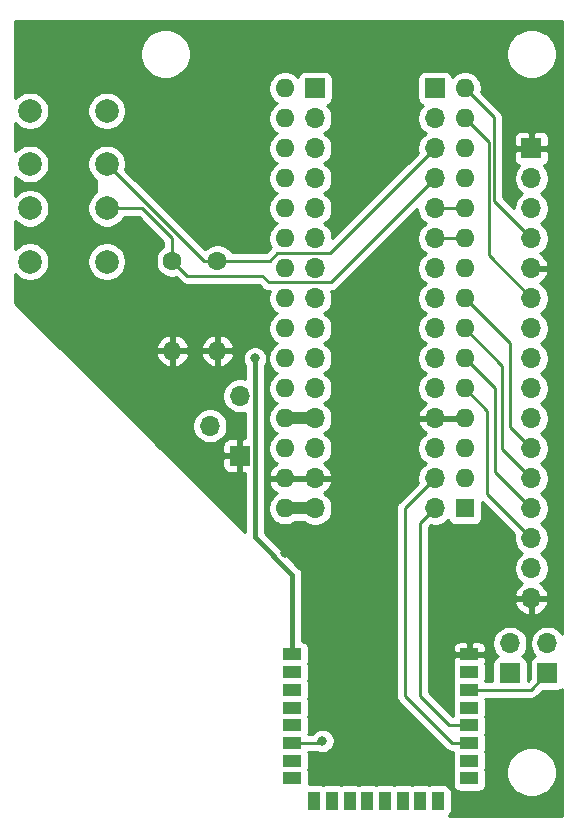
<source format=gbr>
%TF.GenerationSoftware,KiCad,Pcbnew,(5.1.6)-1*%
%TF.CreationDate,2022-01-11T18:37:24-04:00*%
%TF.ProjectId,LCD_adapter,4c43445f-6164-4617-9074-65722e6b6963,rev?*%
%TF.SameCoordinates,Original*%
%TF.FileFunction,Copper,L1,Top*%
%TF.FilePolarity,Positive*%
%FSLAX46Y46*%
G04 Gerber Fmt 4.6, Leading zero omitted, Abs format (unit mm)*
G04 Created by KiCad (PCBNEW (5.1.6)-1) date 2022-01-11 18:37:24*
%MOMM*%
%LPD*%
G01*
G04 APERTURE LIST*
%TA.AperFunction,SMDPad,CuDef*%
%ADD10R,1.524000X1.000000*%
%TD*%
%TA.AperFunction,SMDPad,CuDef*%
%ADD11R,1.000000X1.524000*%
%TD*%
%TA.AperFunction,ComponentPad*%
%ADD12O,1.700000X1.700000*%
%TD*%
%TA.AperFunction,ComponentPad*%
%ADD13R,1.700000X1.700000*%
%TD*%
%TA.AperFunction,ComponentPad*%
%ADD14C,2.000000*%
%TD*%
%TA.AperFunction,ComponentPad*%
%ADD15O,1.600000X1.600000*%
%TD*%
%TA.AperFunction,ComponentPad*%
%ADD16C,1.600000*%
%TD*%
%TA.AperFunction,ComponentPad*%
%ADD17R,1.600000X1.600000*%
%TD*%
%TA.AperFunction,ViaPad*%
%ADD18C,0.800000*%
%TD*%
%TA.AperFunction,Conductor*%
%ADD19C,0.250000*%
%TD*%
%TA.AperFunction,Conductor*%
%ADD20C,1.000000*%
%TD*%
%TA.AperFunction,Conductor*%
%ADD21C,0.400000*%
%TD*%
%TA.AperFunction,Conductor*%
%ADD22C,0.254000*%
%TD*%
G04 APERTURE END LIST*
D10*
%TO.P,U2,8*%
%TO.N,Net-(U2-Pad8)*%
X151765000Y-123195000D03*
%TO.P,U2,7*%
%TO.N,Net-(U2-Pad7)*%
X151765000Y-121695000D03*
%TO.P,U2,6*%
%TO.N,/STAT*%
X151765000Y-120195000D03*
%TO.P,U2,5*%
%TO.N,Net-(U2-Pad5)*%
X151765000Y-118695000D03*
%TO.P,U2,4*%
%TO.N,Net-(U2-Pad4)*%
X151765000Y-117195000D03*
%TO.P,U2,3*%
%TO.N,Net-(U2-Pad3)*%
X151765000Y-115695000D03*
%TO.P,U2,2*%
%TO.N,Net-(U2-Pad2)*%
X151765000Y-114195000D03*
D11*
%TO.P,U2,9*%
%TO.N,Net-(U2-Pad9)*%
X153605000Y-125095000D03*
%TO.P,U2,10*%
%TO.N,Net-(U2-Pad10)*%
X155105000Y-125095000D03*
%TO.P,U2,11*%
%TO.N,Net-(U2-Pad11)*%
X156605000Y-125095000D03*
%TO.P,U2,12*%
%TO.N,Net-(U2-Pad12)*%
X158105000Y-125095000D03*
%TO.P,U2,13*%
%TO.N,Net-(U2-Pad13)*%
X159605000Y-125095000D03*
%TO.P,U2,14*%
%TO.N,Net-(U2-Pad14)*%
X161105000Y-125095000D03*
%TO.P,U2,15*%
%TO.N,Net-(U2-Pad15)*%
X162605000Y-125095000D03*
%TO.P,U2,16*%
%TO.N,Net-(U2-Pad16)*%
X164105000Y-125095000D03*
D10*
%TO.P,U2,17*%
%TO.N,Net-(U2-Pad17)*%
X166745000Y-123195000D03*
%TO.P,U2,18*%
%TO.N,Net-(U2-Pad18)*%
X166745000Y-121695000D03*
%TO.P,U2,19*%
%TO.N,/D0*%
X166745000Y-120195000D03*
%TO.P,U2,20*%
%TO.N,/D1*%
X166745000Y-118695000D03*
%TO.P,U2,21*%
%TO.N,Net-(U2-Pad21)*%
X166745000Y-117195000D03*
%TO.P,U2,22*%
%TO.N,/PWRC*%
X166745000Y-115695000D03*
%TO.P,U2,23*%
%TO.N,Net-(U2-Pad23)*%
X166745000Y-114195000D03*
%TO.P,U2,24*%
%TO.N,GND*%
X166745000Y-112695000D03*
%TO.P,U2,1*%
%TO.N,+3V3*%
X151765000Y-112695000D03*
%TD*%
D12*
%TO.P,J4,2*%
%TO.N,/D7*%
X170180000Y-111760000D03*
D13*
%TO.P,J4,1*%
%TO.N,/STAT*%
X170180000Y-114300000D03*
%TD*%
D12*
%TO.P,J3,2*%
%TO.N,/D8*%
X173355000Y-111760000D03*
D13*
%TO.P,J3,1*%
%TO.N,/PWRC*%
X173355000Y-114300000D03*
%TD*%
D14*
%TO.P,SW2,4*%
%TO.N,/D9*%
X136040000Y-74930000D03*
%TO.P,SW2,3*%
X136040000Y-79430000D03*
%TO.P,SW2,1*%
%TO.N,VDD*%
X129540000Y-74930000D03*
%TO.P,SW2,2*%
X129540000Y-79430000D03*
%TD*%
%TO.P,SW1,4*%
%TO.N,/D10*%
X136040000Y-66675000D03*
%TO.P,SW1,3*%
X136040000Y-71175000D03*
%TO.P,SW1,1*%
%TO.N,VDD*%
X129540000Y-66675000D03*
%TO.P,SW1,2*%
X129540000Y-71175000D03*
%TD*%
D15*
%TO.P,R2,2*%
%TO.N,GND*%
X141605000Y-86995000D03*
D16*
%TO.P,R2,1*%
%TO.N,/D9*%
X141605000Y-79375000D03*
%TD*%
D15*
%TO.P,R1,2*%
%TO.N,GND*%
X145415000Y-86995000D03*
D16*
%TO.P,R1,1*%
%TO.N,/D10*%
X145415000Y-79375000D03*
%TD*%
D12*
%TO.P,J2,15*%
%TO.N,/D1*%
X163830000Y-100330000D03*
%TO.P,J2,14*%
%TO.N,/D0*%
X163830000Y-97790000D03*
%TO.P,J2,13*%
%TO.N,/nRST*%
X163830000Y-95250000D03*
%TO.P,J2,12*%
%TO.N,GND*%
X163830000Y-92710000D03*
%TO.P,J2,11*%
%TO.N,/D2*%
X163830000Y-90170000D03*
%TO.P,J2,10*%
%TO.N,/D3*%
X163830000Y-87630000D03*
%TO.P,J2,9*%
%TO.N,/D4*%
X163830000Y-85090000D03*
%TO.P,J2,8*%
%TO.N,/D5*%
X163830000Y-82550000D03*
%TO.P,J2,7*%
%TO.N,/D6*%
X163830000Y-80010000D03*
%TO.P,J2,6*%
%TO.N,/D7*%
X163830000Y-77470000D03*
%TO.P,J2,5*%
%TO.N,/D8*%
X163830000Y-74930000D03*
%TO.P,J2,4*%
%TO.N,/D9*%
X163830000Y-72390000D03*
%TO.P,J2,3*%
%TO.N,/D10*%
X163830000Y-69850000D03*
%TO.P,J2,2*%
%TO.N,/D11*%
X163830000Y-67310000D03*
D13*
%TO.P,J2,1*%
%TO.N,/D12*%
X163830000Y-64770000D03*
%TD*%
D12*
%TO.P,J1,15*%
%TO.N,/Vin*%
X153670000Y-100330000D03*
%TO.P,J1,14*%
%TO.N,GND*%
X153670000Y-97790000D03*
%TO.P,J1,13*%
%TO.N,/nRST*%
X153670000Y-95250000D03*
%TO.P,J1,12*%
%TO.N,VDD*%
X153670000Y-92710000D03*
%TO.P,J1,11*%
%TO.N,/A7*%
X153670000Y-90170000D03*
%TO.P,J1,10*%
%TO.N,/A6*%
X153670000Y-87630000D03*
%TO.P,J1,9*%
%TO.N,/A5*%
X153670000Y-85090000D03*
%TO.P,J1,8*%
%TO.N,/A4*%
X153670000Y-82550000D03*
%TO.P,J1,7*%
%TO.N,/A3*%
X153670000Y-80010000D03*
%TO.P,J1,6*%
%TO.N,/A2*%
X153670000Y-77470000D03*
%TO.P,J1,5*%
%TO.N,/A1*%
X153670000Y-74930000D03*
%TO.P,J1,4*%
%TO.N,/A0*%
X153670000Y-72390000D03*
%TO.P,J1,3*%
%TO.N,/AREF*%
X153670000Y-69850000D03*
%TO.P,J1,2*%
%TO.N,+3V3*%
X153670000Y-67310000D03*
D13*
%TO.P,J1,1*%
%TO.N,/D13*%
X153670000Y-64770000D03*
%TD*%
D15*
%TO.P,A1,16*%
%TO.N,/D13*%
X151130000Y-64770000D03*
%TO.P,A1,15*%
%TO.N,/D12*%
X166370000Y-64770000D03*
%TO.P,A1,30*%
%TO.N,/Vin*%
X151130000Y-100330000D03*
%TO.P,A1,14*%
%TO.N,/D11*%
X166370000Y-67310000D03*
%TO.P,A1,29*%
%TO.N,GND*%
X151130000Y-97790000D03*
%TO.P,A1,13*%
%TO.N,/D10*%
X166370000Y-69850000D03*
%TO.P,A1,28*%
%TO.N,/nRST*%
X151130000Y-95250000D03*
%TO.P,A1,12*%
%TO.N,/D9*%
X166370000Y-72390000D03*
%TO.P,A1,27*%
%TO.N,VDD*%
X151130000Y-92710000D03*
%TO.P,A1,11*%
%TO.N,/D8*%
X166370000Y-74930000D03*
%TO.P,A1,26*%
%TO.N,/A7*%
X151130000Y-90170000D03*
%TO.P,A1,10*%
%TO.N,/D7*%
X166370000Y-77470000D03*
%TO.P,A1,25*%
%TO.N,/A6*%
X151130000Y-87630000D03*
%TO.P,A1,9*%
%TO.N,/D6*%
X166370000Y-80010000D03*
%TO.P,A1,24*%
%TO.N,/A5*%
X151130000Y-85090000D03*
%TO.P,A1,8*%
%TO.N,/D5*%
X166370000Y-82550000D03*
%TO.P,A1,23*%
%TO.N,/A4*%
X151130000Y-82550000D03*
%TO.P,A1,7*%
%TO.N,/D4*%
X166370000Y-85090000D03*
%TO.P,A1,22*%
%TO.N,/A3*%
X151130000Y-80010000D03*
%TO.P,A1,6*%
%TO.N,/D3*%
X166370000Y-87630000D03*
%TO.P,A1,21*%
%TO.N,/A2*%
X151130000Y-77470000D03*
%TO.P,A1,5*%
%TO.N,/D2*%
X166370000Y-90170000D03*
%TO.P,A1,20*%
%TO.N,/A1*%
X151130000Y-74930000D03*
%TO.P,A1,4*%
%TO.N,GND*%
X166370000Y-92710000D03*
%TO.P,A1,19*%
%TO.N,/A0*%
X151130000Y-72390000D03*
%TO.P,A1,3*%
%TO.N,/nRST*%
X166370000Y-95250000D03*
%TO.P,A1,18*%
%TO.N,/AREF*%
X151130000Y-69850000D03*
%TO.P,A1,2*%
%TO.N,/D0*%
X166370000Y-97790000D03*
%TO.P,A1,17*%
%TO.N,+3V3*%
X151130000Y-67310000D03*
D17*
%TO.P,A1,1*%
%TO.N,/D1*%
X166370000Y-100330000D03*
%TD*%
D12*
%TO.P,RV1,3*%
%TO.N,VDD*%
X147320000Y-90805000D03*
%TO.P,RV1,2*%
%TO.N,Net-(RV1-Pad2)*%
X144780000Y-93345000D03*
D13*
%TO.P,RV1,1*%
%TO.N,GND*%
X147320000Y-95885000D03*
%TD*%
D12*
%TO.P,U1,16*%
%TO.N,GND*%
X172000000Y-107950000D03*
%TO.P,U1,15*%
%TO.N,VDD*%
X172000000Y-105410000D03*
%TO.P,U1,14*%
%TO.N,/D2*%
X172000000Y-102870000D03*
%TO.P,U1,13*%
%TO.N,/D3*%
X172000000Y-100330000D03*
%TO.P,U1,12*%
%TO.N,/D4*%
X172000000Y-97790000D03*
%TO.P,U1,11*%
%TO.N,/D5*%
X172000000Y-95250000D03*
%TO.P,U1,10*%
%TO.N,Net-(U1-Pad10)*%
X172000000Y-92710000D03*
%TO.P,U1,9*%
%TO.N,Net-(U1-Pad9)*%
X172000000Y-90170000D03*
%TO.P,U1,8*%
%TO.N,Net-(U1-Pad8)*%
X172000000Y-87630000D03*
%TO.P,U1,7*%
%TO.N,Net-(U1-Pad7)*%
X172000000Y-85090000D03*
%TO.P,U1,6*%
%TO.N,/D11*%
X172000000Y-82550000D03*
%TO.P,U1,5*%
%TO.N,GND*%
X172000000Y-80010000D03*
%TO.P,U1,4*%
%TO.N,/D12*%
X172000000Y-77470000D03*
%TO.P,U1,3*%
%TO.N,Net-(RV1-Pad2)*%
X172000000Y-74930000D03*
%TO.P,U1,2*%
%TO.N,VDD*%
X172000000Y-72390000D03*
D13*
%TO.P,U1,1*%
%TO.N,GND*%
X172000000Y-69850000D03*
%TD*%
D18*
%TO.N,GND*%
X150495000Y-60325000D03*
X151130000Y-104140000D03*
X153670000Y-97790000D03*
X140970000Y-93345000D03*
X161290000Y-92710000D03*
X156210000Y-83185000D03*
X165354000Y-102870000D03*
X168910000Y-102235000D03*
X172085000Y-67310000D03*
X168910000Y-64770000D03*
X156210000Y-64135000D03*
X161290000Y-64135000D03*
X161290000Y-69215000D03*
X156210000Y-72390000D03*
X156210000Y-92710000D03*
X161290000Y-83185000D03*
X156210000Y-60325000D03*
X161290000Y-60325000D03*
X167640000Y-60325000D03*
X144145000Y-96520000D03*
X137795000Y-90170000D03*
X133350000Y-86360000D03*
X128905000Y-81915000D03*
X128905000Y-60325000D03*
X133350000Y-60325000D03*
X133350000Y-66675000D03*
X133350000Y-76835000D03*
X133350000Y-71755000D03*
X137160000Y-60325000D03*
X144780000Y-60325000D03*
X140970000Y-66040000D03*
X144780000Y-66040000D03*
X138430000Y-71120000D03*
X143510000Y-75565000D03*
X146685000Y-77470000D03*
X143510000Y-71120000D03*
X154305000Y-122555000D03*
X163830000Y-122555000D03*
X166370000Y-125095000D03*
X173990000Y-118745000D03*
X168910000Y-117475000D03*
X159385000Y-106045000D03*
X159385000Y-114300000D03*
X154305000Y-110490000D03*
X158115000Y-118745000D03*
X164465000Y-114935000D03*
X147320000Y-69215000D03*
X137795000Y-83185000D03*
%TO.N,/D8*%
X163830000Y-74930000D03*
%TO.N,/A1*%
X153670000Y-74930000D03*
%TO.N,+3V3*%
X148590000Y-87630000D03*
%TO.N,/STAT*%
X154305000Y-120015000D03*
%TD*%
D19*
%TO.N,/D12*%
X168819998Y-67219998D02*
X166370000Y-64770000D01*
X172000000Y-77470000D02*
X168819998Y-74289998D01*
X168819998Y-74289998D02*
X168819998Y-67219998D01*
%TO.N,/D11*%
X172000000Y-82550000D02*
X168369987Y-78919987D01*
X168369987Y-69309987D02*
X166370000Y-67310000D01*
X168369987Y-78919987D02*
X168369987Y-69309987D01*
D20*
%TO.N,VDD*%
X151130000Y-92710000D02*
X153670000Y-92710000D01*
D19*
%TO.N,/D5*%
X170180000Y-86360000D02*
X166370000Y-82550000D01*
X172000000Y-95250000D02*
X170180000Y-93430000D01*
X170180000Y-93430000D02*
X170180000Y-86360000D01*
%TO.N,/D4*%
X169545000Y-88265000D02*
X166370000Y-85090000D01*
X172000000Y-97790000D02*
X169545000Y-95335000D01*
X169545000Y-95335000D02*
X169545000Y-88265000D01*
%TO.N,/D3*%
X172000000Y-100330000D02*
X168910000Y-97240000D01*
X168910000Y-90170000D02*
X166370000Y-87630000D01*
X168910000Y-97240000D02*
X168910000Y-90170000D01*
%TO.N,/D2*%
X168275000Y-92075000D02*
X166370000Y-90170000D01*
X172000000Y-102870000D02*
X168275000Y-99145000D01*
X168275000Y-99145000D02*
X168275000Y-92075000D01*
D21*
%TO.N,Net-(RV1-Pad2)*%
X172000000Y-74930000D02*
X172000000Y-74845000D01*
D20*
%TO.N,/Vin*%
X151130000Y-100330000D02*
X153670000Y-100330000D01*
D19*
%TO.N,/D10*%
X154940000Y-78740000D02*
X163830000Y-69850000D01*
X150495000Y-78740000D02*
X154940000Y-78740000D01*
X145415000Y-79375000D02*
X149860000Y-79375000D01*
X149860000Y-79375000D02*
X150495000Y-78740000D01*
X136040000Y-71175000D02*
X144240000Y-79375000D01*
X144240000Y-79375000D02*
X145415000Y-79375000D01*
%TO.N,/D9*%
X155034999Y-81185001D02*
X163830000Y-72390000D01*
X149765001Y-81185001D02*
X155034999Y-81185001D01*
X136040000Y-79430000D02*
X136095000Y-79375000D01*
X141605000Y-79375000D02*
X142875000Y-80645000D01*
X142875000Y-80645000D02*
X149225000Y-80645000D01*
X149225000Y-80645000D02*
X149765001Y-81185001D01*
X139065000Y-74930000D02*
X141605000Y-77470000D01*
X141605000Y-77470000D02*
X141605000Y-79375000D01*
X136040000Y-74930000D02*
X139065000Y-74930000D01*
%TO.N,/D8*%
X163830000Y-74930000D02*
X166370000Y-74930000D01*
%TO.N,/D7*%
X163830000Y-77470000D02*
X166370000Y-77470000D01*
%TO.N,/D0*%
X166745000Y-120195000D02*
X165280000Y-120195000D01*
X165280000Y-120195000D02*
X161290000Y-116205000D01*
X161290000Y-100330000D02*
X163830000Y-97790000D01*
X161290000Y-116205000D02*
X161290000Y-100330000D01*
%TO.N,/D1*%
X166745000Y-118695000D02*
X165050000Y-118695000D01*
X162560000Y-101600000D02*
X163830000Y-100330000D01*
X162560000Y-116205000D02*
X162560000Y-101600000D01*
X165050000Y-118695000D02*
X162560000Y-116205000D01*
D21*
%TO.N,+3V3*%
X151765000Y-105959002D02*
X151765000Y-112695000D01*
X148590000Y-102784002D02*
X151765000Y-105959002D01*
X148590000Y-87630000D02*
X148590000Y-102784002D01*
D19*
%TO.N,/PWRC*%
X171960000Y-115695000D02*
X173355000Y-114300000D01*
X166745000Y-115695000D02*
X171960000Y-115695000D01*
%TO.N,/STAT*%
X154125000Y-120195000D02*
X154305000Y-120015000D01*
X151765000Y-120195000D02*
X154125000Y-120195000D01*
%TD*%
D22*
%TO.N,GND*%
G36*
X174600000Y-110457581D02*
G01*
X174600000Y-110950345D01*
X174508475Y-110813368D01*
X174301632Y-110606525D01*
X174058411Y-110444010D01*
X173788158Y-110332068D01*
X173501260Y-110275000D01*
X173208740Y-110275000D01*
X172921842Y-110332068D01*
X172651589Y-110444010D01*
X172408368Y-110606525D01*
X172201525Y-110813368D01*
X172039010Y-111056589D01*
X171927068Y-111326842D01*
X171870000Y-111613740D01*
X171870000Y-111906260D01*
X171927068Y-112193158D01*
X172039010Y-112463411D01*
X172201525Y-112706632D01*
X172333380Y-112838487D01*
X172260820Y-112860498D01*
X172150506Y-112919463D01*
X172053815Y-112998815D01*
X171974463Y-113095506D01*
X171915498Y-113205820D01*
X171879188Y-113325518D01*
X171866928Y-113450000D01*
X171866928Y-114713271D01*
X171668072Y-114912127D01*
X171668072Y-113450000D01*
X171655812Y-113325518D01*
X171619502Y-113205820D01*
X171560537Y-113095506D01*
X171481185Y-112998815D01*
X171384494Y-112919463D01*
X171274180Y-112860498D01*
X171201620Y-112838487D01*
X171333475Y-112706632D01*
X171495990Y-112463411D01*
X171607932Y-112193158D01*
X171665000Y-111906260D01*
X171665000Y-111613740D01*
X171607932Y-111326842D01*
X171495990Y-111056589D01*
X171333475Y-110813368D01*
X171126632Y-110606525D01*
X170883411Y-110444010D01*
X170613158Y-110332068D01*
X170326260Y-110275000D01*
X170033740Y-110275000D01*
X169746842Y-110332068D01*
X169476589Y-110444010D01*
X169233368Y-110606525D01*
X169026525Y-110813368D01*
X168864010Y-111056589D01*
X168752068Y-111326842D01*
X168695000Y-111613740D01*
X168695000Y-111906260D01*
X168752068Y-112193158D01*
X168864010Y-112463411D01*
X169026525Y-112706632D01*
X169158380Y-112838487D01*
X169085820Y-112860498D01*
X168975506Y-112919463D01*
X168878815Y-112998815D01*
X168799463Y-113095506D01*
X168740498Y-113205820D01*
X168704188Y-113325518D01*
X168691928Y-113450000D01*
X168691928Y-114935000D01*
X168097770Y-114935000D01*
X168132812Y-114819482D01*
X168145072Y-114695000D01*
X168145072Y-113695000D01*
X168132812Y-113570518D01*
X168096502Y-113450820D01*
X168093391Y-113445000D01*
X168096502Y-113439180D01*
X168132812Y-113319482D01*
X168145072Y-113195000D01*
X168142000Y-112980750D01*
X167983250Y-112822000D01*
X166872000Y-112822000D01*
X166872000Y-112842000D01*
X166618000Y-112842000D01*
X166618000Y-112822000D01*
X165506750Y-112822000D01*
X165348000Y-112980750D01*
X165344928Y-113195000D01*
X165357188Y-113319482D01*
X165393498Y-113439180D01*
X165396609Y-113445000D01*
X165393498Y-113450820D01*
X165357188Y-113570518D01*
X165344928Y-113695000D01*
X165344928Y-114695000D01*
X165357188Y-114819482D01*
X165393498Y-114939180D01*
X165396609Y-114945000D01*
X165393498Y-114950820D01*
X165357188Y-115070518D01*
X165344928Y-115195000D01*
X165344928Y-116195000D01*
X165357188Y-116319482D01*
X165393498Y-116439180D01*
X165396609Y-116445000D01*
X165393498Y-116450820D01*
X165357188Y-116570518D01*
X165344928Y-116695000D01*
X165344928Y-117695000D01*
X165357188Y-117819482D01*
X165392230Y-117935000D01*
X165364802Y-117935000D01*
X163320000Y-115890199D01*
X163320000Y-112195000D01*
X165344928Y-112195000D01*
X165348000Y-112409250D01*
X165506750Y-112568000D01*
X166618000Y-112568000D01*
X166618000Y-111718750D01*
X166872000Y-111718750D01*
X166872000Y-112568000D01*
X167983250Y-112568000D01*
X168142000Y-112409250D01*
X168145072Y-112195000D01*
X168132812Y-112070518D01*
X168096502Y-111950820D01*
X168037537Y-111840506D01*
X167958185Y-111743815D01*
X167861494Y-111664463D01*
X167751180Y-111605498D01*
X167631482Y-111569188D01*
X167507000Y-111556928D01*
X167030750Y-111560000D01*
X166872000Y-111718750D01*
X166618000Y-111718750D01*
X166459250Y-111560000D01*
X165983000Y-111556928D01*
X165858518Y-111569188D01*
X165738820Y-111605498D01*
X165628506Y-111664463D01*
X165531815Y-111743815D01*
X165452463Y-111840506D01*
X165393498Y-111950820D01*
X165357188Y-112070518D01*
X165344928Y-112195000D01*
X163320000Y-112195000D01*
X163320000Y-108306890D01*
X170558524Y-108306890D01*
X170603175Y-108454099D01*
X170728359Y-108716920D01*
X170902412Y-108950269D01*
X171118645Y-109145178D01*
X171368748Y-109294157D01*
X171643109Y-109391481D01*
X171873000Y-109270814D01*
X171873000Y-108077000D01*
X172127000Y-108077000D01*
X172127000Y-109270814D01*
X172356891Y-109391481D01*
X172631252Y-109294157D01*
X172881355Y-109145178D01*
X173097588Y-108950269D01*
X173271641Y-108716920D01*
X173396825Y-108454099D01*
X173441476Y-108306890D01*
X173320155Y-108077000D01*
X172127000Y-108077000D01*
X171873000Y-108077000D01*
X170679845Y-108077000D01*
X170558524Y-108306890D01*
X163320000Y-108306890D01*
X163320000Y-101914801D01*
X163463592Y-101771209D01*
X163683740Y-101815000D01*
X163976260Y-101815000D01*
X164263158Y-101757932D01*
X164533411Y-101645990D01*
X164776632Y-101483475D01*
X164958487Y-101301620D01*
X164980498Y-101374180D01*
X165039463Y-101484494D01*
X165118815Y-101581185D01*
X165215506Y-101660537D01*
X165325820Y-101719502D01*
X165445518Y-101755812D01*
X165570000Y-101768072D01*
X167170000Y-101768072D01*
X167294482Y-101755812D01*
X167414180Y-101719502D01*
X167524494Y-101660537D01*
X167621185Y-101581185D01*
X167700537Y-101484494D01*
X167759502Y-101374180D01*
X167795812Y-101254482D01*
X167808072Y-101130000D01*
X167808072Y-99752873D01*
X170558790Y-102503592D01*
X170515000Y-102723740D01*
X170515000Y-103016260D01*
X170572068Y-103303158D01*
X170684010Y-103573411D01*
X170846525Y-103816632D01*
X171053368Y-104023475D01*
X171227760Y-104140000D01*
X171053368Y-104256525D01*
X170846525Y-104463368D01*
X170684010Y-104706589D01*
X170572068Y-104976842D01*
X170515000Y-105263740D01*
X170515000Y-105556260D01*
X170572068Y-105843158D01*
X170684010Y-106113411D01*
X170846525Y-106356632D01*
X171053368Y-106563475D01*
X171235534Y-106685195D01*
X171118645Y-106754822D01*
X170902412Y-106949731D01*
X170728359Y-107183080D01*
X170603175Y-107445901D01*
X170558524Y-107593110D01*
X170679845Y-107823000D01*
X171873000Y-107823000D01*
X171873000Y-107803000D01*
X172127000Y-107803000D01*
X172127000Y-107823000D01*
X173320155Y-107823000D01*
X173441476Y-107593110D01*
X173396825Y-107445901D01*
X173271641Y-107183080D01*
X173097588Y-106949731D01*
X172881355Y-106754822D01*
X172764466Y-106685195D01*
X172946632Y-106563475D01*
X173153475Y-106356632D01*
X173315990Y-106113411D01*
X173427932Y-105843158D01*
X173485000Y-105556260D01*
X173485000Y-105263740D01*
X173427932Y-104976842D01*
X173315990Y-104706589D01*
X173153475Y-104463368D01*
X172946632Y-104256525D01*
X172772240Y-104140000D01*
X172946632Y-104023475D01*
X173153475Y-103816632D01*
X173315990Y-103573411D01*
X173427932Y-103303158D01*
X173485000Y-103016260D01*
X173485000Y-102723740D01*
X173427932Y-102436842D01*
X173315990Y-102166589D01*
X173153475Y-101923368D01*
X172946632Y-101716525D01*
X172772240Y-101600000D01*
X172946632Y-101483475D01*
X173153475Y-101276632D01*
X173315990Y-101033411D01*
X173427932Y-100763158D01*
X173485000Y-100476260D01*
X173485000Y-100183740D01*
X173427932Y-99896842D01*
X173315990Y-99626589D01*
X173153475Y-99383368D01*
X172946632Y-99176525D01*
X172772240Y-99060000D01*
X172946632Y-98943475D01*
X173153475Y-98736632D01*
X173315990Y-98493411D01*
X173427932Y-98223158D01*
X173485000Y-97936260D01*
X173485000Y-97643740D01*
X173427932Y-97356842D01*
X173315990Y-97086589D01*
X173153475Y-96843368D01*
X172946632Y-96636525D01*
X172772240Y-96520000D01*
X172946632Y-96403475D01*
X173153475Y-96196632D01*
X173315990Y-95953411D01*
X173427932Y-95683158D01*
X173485000Y-95396260D01*
X173485000Y-95103740D01*
X173427932Y-94816842D01*
X173315990Y-94546589D01*
X173153475Y-94303368D01*
X172946632Y-94096525D01*
X172772240Y-93980000D01*
X172946632Y-93863475D01*
X173153475Y-93656632D01*
X173315990Y-93413411D01*
X173427932Y-93143158D01*
X173485000Y-92856260D01*
X173485000Y-92563740D01*
X173427932Y-92276842D01*
X173315990Y-92006589D01*
X173153475Y-91763368D01*
X172946632Y-91556525D01*
X172772240Y-91440000D01*
X172946632Y-91323475D01*
X173153475Y-91116632D01*
X173315990Y-90873411D01*
X173427932Y-90603158D01*
X173485000Y-90316260D01*
X173485000Y-90023740D01*
X173427932Y-89736842D01*
X173315990Y-89466589D01*
X173153475Y-89223368D01*
X172946632Y-89016525D01*
X172772240Y-88900000D01*
X172946632Y-88783475D01*
X173153475Y-88576632D01*
X173315990Y-88333411D01*
X173427932Y-88063158D01*
X173485000Y-87776260D01*
X173485000Y-87483740D01*
X173427932Y-87196842D01*
X173315990Y-86926589D01*
X173153475Y-86683368D01*
X172946632Y-86476525D01*
X172772240Y-86360000D01*
X172946632Y-86243475D01*
X173153475Y-86036632D01*
X173315990Y-85793411D01*
X173427932Y-85523158D01*
X173485000Y-85236260D01*
X173485000Y-84943740D01*
X173427932Y-84656842D01*
X173315990Y-84386589D01*
X173153475Y-84143368D01*
X172946632Y-83936525D01*
X172772240Y-83820000D01*
X172946632Y-83703475D01*
X173153475Y-83496632D01*
X173315990Y-83253411D01*
X173427932Y-82983158D01*
X173485000Y-82696260D01*
X173485000Y-82403740D01*
X173427932Y-82116842D01*
X173315990Y-81846589D01*
X173153475Y-81603368D01*
X172946632Y-81396525D01*
X172764466Y-81274805D01*
X172881355Y-81205178D01*
X173097588Y-81010269D01*
X173271641Y-80776920D01*
X173396825Y-80514099D01*
X173441476Y-80366890D01*
X173320155Y-80137000D01*
X172127000Y-80137000D01*
X172127000Y-80157000D01*
X171873000Y-80157000D01*
X171873000Y-80137000D01*
X171853000Y-80137000D01*
X171853000Y-79883000D01*
X171873000Y-79883000D01*
X171873000Y-79863000D01*
X172127000Y-79863000D01*
X172127000Y-79883000D01*
X173320155Y-79883000D01*
X173441476Y-79653110D01*
X173396825Y-79505901D01*
X173271641Y-79243080D01*
X173097588Y-79009731D01*
X172881355Y-78814822D01*
X172764466Y-78745195D01*
X172946632Y-78623475D01*
X173153475Y-78416632D01*
X173315990Y-78173411D01*
X173427932Y-77903158D01*
X173485000Y-77616260D01*
X173485000Y-77323740D01*
X173427932Y-77036842D01*
X173315990Y-76766589D01*
X173153475Y-76523368D01*
X172946632Y-76316525D01*
X172772240Y-76200000D01*
X172946632Y-76083475D01*
X173153475Y-75876632D01*
X173315990Y-75633411D01*
X173427932Y-75363158D01*
X173485000Y-75076260D01*
X173485000Y-74783740D01*
X173427932Y-74496842D01*
X173315990Y-74226589D01*
X173153475Y-73983368D01*
X172946632Y-73776525D01*
X172772240Y-73660000D01*
X172946632Y-73543475D01*
X173153475Y-73336632D01*
X173315990Y-73093411D01*
X173427932Y-72823158D01*
X173485000Y-72536260D01*
X173485000Y-72243740D01*
X173427932Y-71956842D01*
X173315990Y-71686589D01*
X173153475Y-71443368D01*
X173021620Y-71311513D01*
X173094180Y-71289502D01*
X173204494Y-71230537D01*
X173301185Y-71151185D01*
X173380537Y-71054494D01*
X173439502Y-70944180D01*
X173475812Y-70824482D01*
X173488072Y-70700000D01*
X173485000Y-70135750D01*
X173326250Y-69977000D01*
X172127000Y-69977000D01*
X172127000Y-69997000D01*
X171873000Y-69997000D01*
X171873000Y-69977000D01*
X170673750Y-69977000D01*
X170515000Y-70135750D01*
X170511928Y-70700000D01*
X170524188Y-70824482D01*
X170560498Y-70944180D01*
X170619463Y-71054494D01*
X170698815Y-71151185D01*
X170795506Y-71230537D01*
X170905820Y-71289502D01*
X170978380Y-71311513D01*
X170846525Y-71443368D01*
X170684010Y-71686589D01*
X170572068Y-71956842D01*
X170515000Y-72243740D01*
X170515000Y-72536260D01*
X170572068Y-72823158D01*
X170684010Y-73093411D01*
X170846525Y-73336632D01*
X171053368Y-73543475D01*
X171227760Y-73660000D01*
X171053368Y-73776525D01*
X170846525Y-73983368D01*
X170684010Y-74226589D01*
X170572068Y-74496842D01*
X170515000Y-74783740D01*
X170515000Y-74910199D01*
X169579998Y-73975197D01*
X169579998Y-69000000D01*
X170511928Y-69000000D01*
X170515000Y-69564250D01*
X170673750Y-69723000D01*
X171873000Y-69723000D01*
X171873000Y-68523750D01*
X172127000Y-68523750D01*
X172127000Y-69723000D01*
X173326250Y-69723000D01*
X173485000Y-69564250D01*
X173488072Y-69000000D01*
X173475812Y-68875518D01*
X173439502Y-68755820D01*
X173380537Y-68645506D01*
X173301185Y-68548815D01*
X173204494Y-68469463D01*
X173094180Y-68410498D01*
X172974482Y-68374188D01*
X172850000Y-68361928D01*
X172285750Y-68365000D01*
X172127000Y-68523750D01*
X171873000Y-68523750D01*
X171714250Y-68365000D01*
X171150000Y-68361928D01*
X171025518Y-68374188D01*
X170905820Y-68410498D01*
X170795506Y-68469463D01*
X170698815Y-68548815D01*
X170619463Y-68645506D01*
X170560498Y-68755820D01*
X170524188Y-68875518D01*
X170511928Y-69000000D01*
X169579998Y-69000000D01*
X169579998Y-67257320D01*
X169583674Y-67219997D01*
X169579998Y-67182674D01*
X169579998Y-67182665D01*
X169569001Y-67071012D01*
X169525544Y-66927751D01*
X169454972Y-66795722D01*
X169433862Y-66769999D01*
X169383797Y-66708994D01*
X169383793Y-66708990D01*
X169359999Y-66679997D01*
X169331006Y-66656203D01*
X167768688Y-65093886D01*
X167805000Y-64911335D01*
X167805000Y-64628665D01*
X167749853Y-64351426D01*
X167641680Y-64090273D01*
X167484637Y-63855241D01*
X167284759Y-63655363D01*
X167049727Y-63498320D01*
X166788574Y-63390147D01*
X166511335Y-63335000D01*
X166228665Y-63335000D01*
X165951426Y-63390147D01*
X165690273Y-63498320D01*
X165455241Y-63655363D01*
X165306643Y-63803961D01*
X165305812Y-63795518D01*
X165269502Y-63675820D01*
X165210537Y-63565506D01*
X165131185Y-63468815D01*
X165034494Y-63389463D01*
X164924180Y-63330498D01*
X164804482Y-63294188D01*
X164680000Y-63281928D01*
X162980000Y-63281928D01*
X162855518Y-63294188D01*
X162735820Y-63330498D01*
X162625506Y-63389463D01*
X162528815Y-63468815D01*
X162449463Y-63565506D01*
X162390498Y-63675820D01*
X162354188Y-63795518D01*
X162341928Y-63920000D01*
X162341928Y-65620000D01*
X162354188Y-65744482D01*
X162390498Y-65864180D01*
X162449463Y-65974494D01*
X162528815Y-66071185D01*
X162625506Y-66150537D01*
X162735820Y-66209502D01*
X162808380Y-66231513D01*
X162676525Y-66363368D01*
X162514010Y-66606589D01*
X162402068Y-66876842D01*
X162345000Y-67163740D01*
X162345000Y-67456260D01*
X162402068Y-67743158D01*
X162514010Y-68013411D01*
X162676525Y-68256632D01*
X162883368Y-68463475D01*
X163057760Y-68580000D01*
X162883368Y-68696525D01*
X162676525Y-68903368D01*
X162514010Y-69146589D01*
X162402068Y-69416842D01*
X162345000Y-69703740D01*
X162345000Y-69996260D01*
X162388790Y-70216408D01*
X155155000Y-77450199D01*
X155155000Y-77323740D01*
X155097932Y-77036842D01*
X154985990Y-76766589D01*
X154823475Y-76523368D01*
X154616632Y-76316525D01*
X154442240Y-76200000D01*
X154616632Y-76083475D01*
X154823475Y-75876632D01*
X154985990Y-75633411D01*
X155097932Y-75363158D01*
X155155000Y-75076260D01*
X155155000Y-74783740D01*
X155097932Y-74496842D01*
X154985990Y-74226589D01*
X154823475Y-73983368D01*
X154616632Y-73776525D01*
X154442240Y-73660000D01*
X154616632Y-73543475D01*
X154823475Y-73336632D01*
X154985990Y-73093411D01*
X155097932Y-72823158D01*
X155155000Y-72536260D01*
X155155000Y-72243740D01*
X155097932Y-71956842D01*
X154985990Y-71686589D01*
X154823475Y-71443368D01*
X154616632Y-71236525D01*
X154442240Y-71120000D01*
X154616632Y-71003475D01*
X154823475Y-70796632D01*
X154985990Y-70553411D01*
X155097932Y-70283158D01*
X155155000Y-69996260D01*
X155155000Y-69703740D01*
X155097932Y-69416842D01*
X154985990Y-69146589D01*
X154823475Y-68903368D01*
X154616632Y-68696525D01*
X154442240Y-68580000D01*
X154616632Y-68463475D01*
X154823475Y-68256632D01*
X154985990Y-68013411D01*
X155097932Y-67743158D01*
X155155000Y-67456260D01*
X155155000Y-67163740D01*
X155097932Y-66876842D01*
X154985990Y-66606589D01*
X154823475Y-66363368D01*
X154691620Y-66231513D01*
X154764180Y-66209502D01*
X154874494Y-66150537D01*
X154971185Y-66071185D01*
X155050537Y-65974494D01*
X155109502Y-65864180D01*
X155145812Y-65744482D01*
X155158072Y-65620000D01*
X155158072Y-63920000D01*
X155145812Y-63795518D01*
X155109502Y-63675820D01*
X155050537Y-63565506D01*
X154971185Y-63468815D01*
X154874494Y-63389463D01*
X154764180Y-63330498D01*
X154644482Y-63294188D01*
X154520000Y-63281928D01*
X152820000Y-63281928D01*
X152695518Y-63294188D01*
X152575820Y-63330498D01*
X152465506Y-63389463D01*
X152368815Y-63468815D01*
X152289463Y-63565506D01*
X152230498Y-63675820D01*
X152194188Y-63795518D01*
X152193357Y-63803961D01*
X152044759Y-63655363D01*
X151809727Y-63498320D01*
X151548574Y-63390147D01*
X151271335Y-63335000D01*
X150988665Y-63335000D01*
X150711426Y-63390147D01*
X150450273Y-63498320D01*
X150215241Y-63655363D01*
X150015363Y-63855241D01*
X149858320Y-64090273D01*
X149750147Y-64351426D01*
X149695000Y-64628665D01*
X149695000Y-64911335D01*
X149750147Y-65188574D01*
X149858320Y-65449727D01*
X150015363Y-65684759D01*
X150215241Y-65884637D01*
X150447759Y-66040000D01*
X150215241Y-66195363D01*
X150015363Y-66395241D01*
X149858320Y-66630273D01*
X149750147Y-66891426D01*
X149695000Y-67168665D01*
X149695000Y-67451335D01*
X149750147Y-67728574D01*
X149858320Y-67989727D01*
X150015363Y-68224759D01*
X150215241Y-68424637D01*
X150447759Y-68580000D01*
X150215241Y-68735363D01*
X150015363Y-68935241D01*
X149858320Y-69170273D01*
X149750147Y-69431426D01*
X149695000Y-69708665D01*
X149695000Y-69991335D01*
X149750147Y-70268574D01*
X149858320Y-70529727D01*
X150015363Y-70764759D01*
X150215241Y-70964637D01*
X150447759Y-71120000D01*
X150215241Y-71275363D01*
X150015363Y-71475241D01*
X149858320Y-71710273D01*
X149750147Y-71971426D01*
X149695000Y-72248665D01*
X149695000Y-72531335D01*
X149750147Y-72808574D01*
X149858320Y-73069727D01*
X150015363Y-73304759D01*
X150215241Y-73504637D01*
X150447759Y-73660000D01*
X150215241Y-73815363D01*
X150015363Y-74015241D01*
X149858320Y-74250273D01*
X149750147Y-74511426D01*
X149695000Y-74788665D01*
X149695000Y-75071335D01*
X149750147Y-75348574D01*
X149858320Y-75609727D01*
X150015363Y-75844759D01*
X150215241Y-76044637D01*
X150447759Y-76200000D01*
X150215241Y-76355363D01*
X150015363Y-76555241D01*
X149858320Y-76790273D01*
X149750147Y-77051426D01*
X149695000Y-77328665D01*
X149695000Y-77611335D01*
X149750147Y-77888574D01*
X149858320Y-78149727D01*
X149919263Y-78240935D01*
X149545199Y-78615000D01*
X146633043Y-78615000D01*
X146529637Y-78460241D01*
X146329759Y-78260363D01*
X146094727Y-78103320D01*
X145833574Y-77995147D01*
X145556335Y-77940000D01*
X145273665Y-77940000D01*
X144996426Y-77995147D01*
X144735273Y-78103320D01*
X144500241Y-78260363D01*
X144350203Y-78410401D01*
X137606177Y-71666376D01*
X137612168Y-71651912D01*
X137675000Y-71336033D01*
X137675000Y-71013967D01*
X137612168Y-70698088D01*
X137488918Y-70400537D01*
X137309987Y-70132748D01*
X137082252Y-69905013D01*
X136814463Y-69726082D01*
X136516912Y-69602832D01*
X136201033Y-69540000D01*
X135878967Y-69540000D01*
X135563088Y-69602832D01*
X135265537Y-69726082D01*
X134997748Y-69905013D01*
X134770013Y-70132748D01*
X134591082Y-70400537D01*
X134467832Y-70698088D01*
X134405000Y-71013967D01*
X134405000Y-71336033D01*
X134467832Y-71651912D01*
X134591082Y-71949463D01*
X134770013Y-72217252D01*
X134997748Y-72444987D01*
X135128000Y-72532019D01*
X135128000Y-73572981D01*
X134997748Y-73660013D01*
X134770013Y-73887748D01*
X134591082Y-74155537D01*
X134467832Y-74453088D01*
X134405000Y-74768967D01*
X134405000Y-75091033D01*
X134467832Y-75406912D01*
X134591082Y-75704463D01*
X134770013Y-75972252D01*
X134997748Y-76199987D01*
X135265537Y-76378918D01*
X135563088Y-76502168D01*
X135878967Y-76565000D01*
X136201033Y-76565000D01*
X136516912Y-76502168D01*
X136814463Y-76378918D01*
X137082252Y-76199987D01*
X137309987Y-75972252D01*
X137488918Y-75704463D01*
X137494909Y-75690000D01*
X138750199Y-75690000D01*
X140845000Y-77784803D01*
X140845000Y-78156956D01*
X140690241Y-78260363D01*
X140490363Y-78460241D01*
X140333320Y-78695273D01*
X140225147Y-78956426D01*
X140170000Y-79233665D01*
X140170000Y-79516335D01*
X140225147Y-79793574D01*
X140333320Y-80054727D01*
X140490363Y-80289759D01*
X140690241Y-80489637D01*
X140925273Y-80646680D01*
X141186426Y-80754853D01*
X141463665Y-80810000D01*
X141746335Y-80810000D01*
X141928886Y-80773688D01*
X142311200Y-81156002D01*
X142334999Y-81185001D01*
X142450724Y-81279974D01*
X142582753Y-81350546D01*
X142726014Y-81394003D01*
X142837667Y-81405000D01*
X142837676Y-81405000D01*
X142874999Y-81408676D01*
X142912322Y-81405000D01*
X148910199Y-81405000D01*
X149201201Y-81696003D01*
X149225000Y-81725002D01*
X149340725Y-81819975D01*
X149472754Y-81890547D01*
X149616015Y-81934004D01*
X149727668Y-81945001D01*
X149727676Y-81945001D01*
X149765001Y-81948677D01*
X149802326Y-81945001D01*
X149827367Y-81945001D01*
X149750147Y-82131426D01*
X149695000Y-82408665D01*
X149695000Y-82691335D01*
X149750147Y-82968574D01*
X149858320Y-83229727D01*
X150015363Y-83464759D01*
X150215241Y-83664637D01*
X150447759Y-83820000D01*
X150215241Y-83975363D01*
X150015363Y-84175241D01*
X149858320Y-84410273D01*
X149750147Y-84671426D01*
X149695000Y-84948665D01*
X149695000Y-85231335D01*
X149750147Y-85508574D01*
X149858320Y-85769727D01*
X150015363Y-86004759D01*
X150215241Y-86204637D01*
X150447759Y-86360000D01*
X150215241Y-86515363D01*
X150015363Y-86715241D01*
X149858320Y-86950273D01*
X149750147Y-87211426D01*
X149695000Y-87488665D01*
X149695000Y-87771335D01*
X149750147Y-88048574D01*
X149858320Y-88309727D01*
X150015363Y-88544759D01*
X150215241Y-88744637D01*
X150447759Y-88900000D01*
X150215241Y-89055363D01*
X150015363Y-89255241D01*
X149858320Y-89490273D01*
X149750147Y-89751426D01*
X149695000Y-90028665D01*
X149695000Y-90311335D01*
X149750147Y-90588574D01*
X149858320Y-90849727D01*
X150015363Y-91084759D01*
X150215241Y-91284637D01*
X150447759Y-91440000D01*
X150215241Y-91595363D01*
X150015363Y-91795241D01*
X149858320Y-92030273D01*
X149750147Y-92291426D01*
X149695000Y-92568665D01*
X149695000Y-92851335D01*
X149750147Y-93128574D01*
X149858320Y-93389727D01*
X150015363Y-93624759D01*
X150215241Y-93824637D01*
X150447759Y-93980000D01*
X150215241Y-94135363D01*
X150015363Y-94335241D01*
X149858320Y-94570273D01*
X149750147Y-94831426D01*
X149695000Y-95108665D01*
X149695000Y-95391335D01*
X149750147Y-95668574D01*
X149858320Y-95929727D01*
X150015363Y-96164759D01*
X150215241Y-96364637D01*
X150450273Y-96521680D01*
X150460865Y-96526067D01*
X150274869Y-96637615D01*
X150066481Y-96826586D01*
X149898963Y-97052580D01*
X149778754Y-97306913D01*
X149738096Y-97440961D01*
X149860085Y-97663000D01*
X151003000Y-97663000D01*
X151003000Y-97643000D01*
X151257000Y-97643000D01*
X151257000Y-97663000D01*
X153543000Y-97663000D01*
X153543000Y-97643000D01*
X153797000Y-97643000D01*
X153797000Y-97663000D01*
X154990155Y-97663000D01*
X155111476Y-97433110D01*
X155066825Y-97285901D01*
X154941641Y-97023080D01*
X154767588Y-96789731D01*
X154551355Y-96594822D01*
X154434466Y-96525195D01*
X154616632Y-96403475D01*
X154823475Y-96196632D01*
X154985990Y-95953411D01*
X155097932Y-95683158D01*
X155155000Y-95396260D01*
X155155000Y-95103740D01*
X155097932Y-94816842D01*
X154985990Y-94546589D01*
X154823475Y-94303368D01*
X154616632Y-94096525D01*
X154442240Y-93980000D01*
X154616632Y-93863475D01*
X154823475Y-93656632D01*
X154985990Y-93413411D01*
X155097932Y-93143158D01*
X155155000Y-92856260D01*
X155155000Y-92563740D01*
X155097932Y-92276842D01*
X154985990Y-92006589D01*
X154823475Y-91763368D01*
X154616632Y-91556525D01*
X154442240Y-91440000D01*
X154616632Y-91323475D01*
X154823475Y-91116632D01*
X154985990Y-90873411D01*
X155097932Y-90603158D01*
X155155000Y-90316260D01*
X155155000Y-90023740D01*
X155097932Y-89736842D01*
X154985990Y-89466589D01*
X154823475Y-89223368D01*
X154616632Y-89016525D01*
X154442240Y-88900000D01*
X154616632Y-88783475D01*
X154823475Y-88576632D01*
X154985990Y-88333411D01*
X155097932Y-88063158D01*
X155155000Y-87776260D01*
X155155000Y-87483740D01*
X155097932Y-87196842D01*
X154985990Y-86926589D01*
X154823475Y-86683368D01*
X154616632Y-86476525D01*
X154442240Y-86360000D01*
X154616632Y-86243475D01*
X154823475Y-86036632D01*
X154985990Y-85793411D01*
X155097932Y-85523158D01*
X155155000Y-85236260D01*
X155155000Y-84943740D01*
X155097932Y-84656842D01*
X154985990Y-84386589D01*
X154823475Y-84143368D01*
X154616632Y-83936525D01*
X154442240Y-83820000D01*
X154616632Y-83703475D01*
X154823475Y-83496632D01*
X154985990Y-83253411D01*
X155097932Y-82983158D01*
X155155000Y-82696260D01*
X155155000Y-82403740D01*
X155097932Y-82116842D01*
X155027990Y-81947987D01*
X155034999Y-81948677D01*
X155072321Y-81945001D01*
X155072332Y-81945001D01*
X155183985Y-81934004D01*
X155327246Y-81890547D01*
X155459275Y-81819975D01*
X155575000Y-81725002D01*
X155598803Y-81695998D01*
X162345000Y-74949802D01*
X162345000Y-75076260D01*
X162402068Y-75363158D01*
X162514010Y-75633411D01*
X162676525Y-75876632D01*
X162883368Y-76083475D01*
X163057760Y-76200000D01*
X162883368Y-76316525D01*
X162676525Y-76523368D01*
X162514010Y-76766589D01*
X162402068Y-77036842D01*
X162345000Y-77323740D01*
X162345000Y-77616260D01*
X162402068Y-77903158D01*
X162514010Y-78173411D01*
X162676525Y-78416632D01*
X162883368Y-78623475D01*
X163057760Y-78740000D01*
X162883368Y-78856525D01*
X162676525Y-79063368D01*
X162514010Y-79306589D01*
X162402068Y-79576842D01*
X162345000Y-79863740D01*
X162345000Y-80156260D01*
X162402068Y-80443158D01*
X162514010Y-80713411D01*
X162676525Y-80956632D01*
X162883368Y-81163475D01*
X163057760Y-81280000D01*
X162883368Y-81396525D01*
X162676525Y-81603368D01*
X162514010Y-81846589D01*
X162402068Y-82116842D01*
X162345000Y-82403740D01*
X162345000Y-82696260D01*
X162402068Y-82983158D01*
X162514010Y-83253411D01*
X162676525Y-83496632D01*
X162883368Y-83703475D01*
X163057760Y-83820000D01*
X162883368Y-83936525D01*
X162676525Y-84143368D01*
X162514010Y-84386589D01*
X162402068Y-84656842D01*
X162345000Y-84943740D01*
X162345000Y-85236260D01*
X162402068Y-85523158D01*
X162514010Y-85793411D01*
X162676525Y-86036632D01*
X162883368Y-86243475D01*
X163057760Y-86360000D01*
X162883368Y-86476525D01*
X162676525Y-86683368D01*
X162514010Y-86926589D01*
X162402068Y-87196842D01*
X162345000Y-87483740D01*
X162345000Y-87776260D01*
X162402068Y-88063158D01*
X162514010Y-88333411D01*
X162676525Y-88576632D01*
X162883368Y-88783475D01*
X163057760Y-88900000D01*
X162883368Y-89016525D01*
X162676525Y-89223368D01*
X162514010Y-89466589D01*
X162402068Y-89736842D01*
X162345000Y-90023740D01*
X162345000Y-90316260D01*
X162402068Y-90603158D01*
X162514010Y-90873411D01*
X162676525Y-91116632D01*
X162883368Y-91323475D01*
X163065534Y-91445195D01*
X162948645Y-91514822D01*
X162732412Y-91709731D01*
X162558359Y-91943080D01*
X162433175Y-92205901D01*
X162388524Y-92353110D01*
X162509845Y-92583000D01*
X163703000Y-92583000D01*
X163703000Y-92563000D01*
X163957000Y-92563000D01*
X163957000Y-92583000D01*
X166243000Y-92583000D01*
X166243000Y-92563000D01*
X166497000Y-92563000D01*
X166497000Y-92583000D01*
X166517000Y-92583000D01*
X166517000Y-92837000D01*
X166497000Y-92837000D01*
X166497000Y-92857000D01*
X166243000Y-92857000D01*
X166243000Y-92837000D01*
X163957000Y-92837000D01*
X163957000Y-92857000D01*
X163703000Y-92857000D01*
X163703000Y-92837000D01*
X162509845Y-92837000D01*
X162388524Y-93066890D01*
X162433175Y-93214099D01*
X162558359Y-93476920D01*
X162732412Y-93710269D01*
X162948645Y-93905178D01*
X163065534Y-93974805D01*
X162883368Y-94096525D01*
X162676525Y-94303368D01*
X162514010Y-94546589D01*
X162402068Y-94816842D01*
X162345000Y-95103740D01*
X162345000Y-95396260D01*
X162402068Y-95683158D01*
X162514010Y-95953411D01*
X162676525Y-96196632D01*
X162883368Y-96403475D01*
X163057760Y-96520000D01*
X162883368Y-96636525D01*
X162676525Y-96843368D01*
X162514010Y-97086589D01*
X162402068Y-97356842D01*
X162345000Y-97643740D01*
X162345000Y-97936260D01*
X162388790Y-98156407D01*
X160778998Y-99766201D01*
X160750000Y-99789999D01*
X160726202Y-99818997D01*
X160726201Y-99818998D01*
X160655026Y-99905724D01*
X160584454Y-100037754D01*
X160554180Y-100137558D01*
X160540998Y-100181014D01*
X160530001Y-100292667D01*
X160526324Y-100330000D01*
X160530001Y-100367333D01*
X160530000Y-116167678D01*
X160526324Y-116205000D01*
X160530000Y-116242322D01*
X160530000Y-116242332D01*
X160540997Y-116353985D01*
X160570371Y-116450820D01*
X160584454Y-116497246D01*
X160655026Y-116629276D01*
X160694871Y-116677826D01*
X160749999Y-116745001D01*
X160779003Y-116768804D01*
X164716201Y-120706003D01*
X164739999Y-120735001D01*
X164768997Y-120758799D01*
X164855723Y-120829974D01*
X164987753Y-120900546D01*
X165131014Y-120944003D01*
X165242667Y-120955000D01*
X165242676Y-120955000D01*
X165279999Y-120958676D01*
X165317322Y-120955000D01*
X165392230Y-120955000D01*
X165357188Y-121070518D01*
X165344928Y-121195000D01*
X165344928Y-122195000D01*
X165357188Y-122319482D01*
X165393498Y-122439180D01*
X165396609Y-122445000D01*
X165393498Y-122450820D01*
X165357188Y-122570518D01*
X165344928Y-122695000D01*
X165344928Y-123695000D01*
X165357188Y-123819482D01*
X165393498Y-123939180D01*
X165452463Y-124049494D01*
X165531815Y-124146185D01*
X165628506Y-124225537D01*
X165738820Y-124284502D01*
X165858518Y-124320812D01*
X165983000Y-124333072D01*
X167507000Y-124333072D01*
X167631482Y-124320812D01*
X167751180Y-124284502D01*
X167861494Y-124225537D01*
X167958185Y-124146185D01*
X168037537Y-124049494D01*
X168096502Y-123939180D01*
X168132812Y-123819482D01*
X168145072Y-123695000D01*
X168145072Y-122695000D01*
X168132812Y-122570518D01*
X168097686Y-122454721D01*
X169865000Y-122454721D01*
X169865000Y-122875279D01*
X169947047Y-123287756D01*
X170107988Y-123676302D01*
X170341637Y-124025983D01*
X170639017Y-124323363D01*
X170988698Y-124557012D01*
X171377244Y-124717953D01*
X171789721Y-124800000D01*
X172210279Y-124800000D01*
X172622756Y-124717953D01*
X173011302Y-124557012D01*
X173360983Y-124323363D01*
X173658363Y-124025983D01*
X173892012Y-123676302D01*
X174052953Y-123287756D01*
X174135000Y-122875279D01*
X174135000Y-122454721D01*
X174052953Y-122042244D01*
X173892012Y-121653698D01*
X173658363Y-121304017D01*
X173360983Y-121006637D01*
X173011302Y-120772988D01*
X172622756Y-120612047D01*
X172210279Y-120530000D01*
X171789721Y-120530000D01*
X171377244Y-120612047D01*
X170988698Y-120772988D01*
X170639017Y-121006637D01*
X170341637Y-121304017D01*
X170107988Y-121653698D01*
X169947047Y-122042244D01*
X169865000Y-122454721D01*
X168097686Y-122454721D01*
X168096502Y-122450820D01*
X168093391Y-122445000D01*
X168096502Y-122439180D01*
X168132812Y-122319482D01*
X168145072Y-122195000D01*
X168145072Y-121195000D01*
X168132812Y-121070518D01*
X168096502Y-120950820D01*
X168093391Y-120945000D01*
X168096502Y-120939180D01*
X168132812Y-120819482D01*
X168145072Y-120695000D01*
X168145072Y-119695000D01*
X168132812Y-119570518D01*
X168096502Y-119450820D01*
X168093391Y-119445000D01*
X168096502Y-119439180D01*
X168132812Y-119319482D01*
X168145072Y-119195000D01*
X168145072Y-118195000D01*
X168132812Y-118070518D01*
X168096502Y-117950820D01*
X168093391Y-117945000D01*
X168096502Y-117939180D01*
X168132812Y-117819482D01*
X168145072Y-117695000D01*
X168145072Y-116695000D01*
X168132812Y-116570518D01*
X168097770Y-116455000D01*
X171922678Y-116455000D01*
X171960000Y-116458676D01*
X171997322Y-116455000D01*
X171997333Y-116455000D01*
X172108986Y-116444003D01*
X172252247Y-116400546D01*
X172384276Y-116329974D01*
X172500001Y-116235001D01*
X172523804Y-116205997D01*
X172941729Y-115788072D01*
X174205000Y-115788072D01*
X174329482Y-115775812D01*
X174449180Y-115739502D01*
X174559494Y-115680537D01*
X174600001Y-115647294D01*
X174600001Y-117442572D01*
X174600000Y-117442582D01*
X174600001Y-126340000D01*
X165017418Y-126340000D01*
X165056185Y-126308185D01*
X165135537Y-126211494D01*
X165194502Y-126101180D01*
X165230812Y-125981482D01*
X165243072Y-125857000D01*
X165243072Y-124333000D01*
X165230812Y-124208518D01*
X165194502Y-124088820D01*
X165135537Y-123978506D01*
X165056185Y-123881815D01*
X164959494Y-123802463D01*
X164849180Y-123743498D01*
X164729482Y-123707188D01*
X164605000Y-123694928D01*
X163605000Y-123694928D01*
X163480518Y-123707188D01*
X163360820Y-123743498D01*
X163355000Y-123746609D01*
X163349180Y-123743498D01*
X163229482Y-123707188D01*
X163105000Y-123694928D01*
X162105000Y-123694928D01*
X161980518Y-123707188D01*
X161860820Y-123743498D01*
X161855000Y-123746609D01*
X161849180Y-123743498D01*
X161729482Y-123707188D01*
X161605000Y-123694928D01*
X160605000Y-123694928D01*
X160480518Y-123707188D01*
X160360820Y-123743498D01*
X160355000Y-123746609D01*
X160349180Y-123743498D01*
X160229482Y-123707188D01*
X160105000Y-123694928D01*
X159105000Y-123694928D01*
X158980518Y-123707188D01*
X158860820Y-123743498D01*
X158855000Y-123746609D01*
X158849180Y-123743498D01*
X158729482Y-123707188D01*
X158605000Y-123694928D01*
X157605000Y-123694928D01*
X157480518Y-123707188D01*
X157360820Y-123743498D01*
X157355000Y-123746609D01*
X157349180Y-123743498D01*
X157229482Y-123707188D01*
X157105000Y-123694928D01*
X156105000Y-123694928D01*
X155980518Y-123707188D01*
X155860820Y-123743498D01*
X155855000Y-123746609D01*
X155849180Y-123743498D01*
X155729482Y-123707188D01*
X155605000Y-123694928D01*
X154605000Y-123694928D01*
X154480518Y-123707188D01*
X154360820Y-123743498D01*
X154355000Y-123746609D01*
X154349180Y-123743498D01*
X154229482Y-123707188D01*
X154105000Y-123694928D01*
X153165072Y-123694928D01*
X153165072Y-122695000D01*
X153152812Y-122570518D01*
X153116502Y-122450820D01*
X153113391Y-122445000D01*
X153116502Y-122439180D01*
X153152812Y-122319482D01*
X153165072Y-122195000D01*
X153165072Y-121195000D01*
X153152812Y-121070518D01*
X153117770Y-120955000D01*
X153869776Y-120955000D01*
X154003102Y-121010226D01*
X154203061Y-121050000D01*
X154406939Y-121050000D01*
X154606898Y-121010226D01*
X154795256Y-120932205D01*
X154964774Y-120818937D01*
X155108937Y-120674774D01*
X155222205Y-120505256D01*
X155300226Y-120316898D01*
X155340000Y-120116939D01*
X155340000Y-119913061D01*
X155300226Y-119713102D01*
X155222205Y-119524744D01*
X155108937Y-119355226D01*
X154964774Y-119211063D01*
X154795256Y-119097795D01*
X154606898Y-119019774D01*
X154406939Y-118980000D01*
X154203061Y-118980000D01*
X154003102Y-119019774D01*
X153814744Y-119097795D01*
X153645226Y-119211063D01*
X153501063Y-119355226D01*
X153447760Y-119435000D01*
X153117770Y-119435000D01*
X153152812Y-119319482D01*
X153165072Y-119195000D01*
X153165072Y-118195000D01*
X153152812Y-118070518D01*
X153116502Y-117950820D01*
X153113391Y-117945000D01*
X153116502Y-117939180D01*
X153152812Y-117819482D01*
X153165072Y-117695000D01*
X153165072Y-116695000D01*
X153152812Y-116570518D01*
X153116502Y-116450820D01*
X153113391Y-116445000D01*
X153116502Y-116439180D01*
X153152812Y-116319482D01*
X153165072Y-116195000D01*
X153165072Y-115195000D01*
X153152812Y-115070518D01*
X153116502Y-114950820D01*
X153113391Y-114945000D01*
X153116502Y-114939180D01*
X153152812Y-114819482D01*
X153165072Y-114695000D01*
X153165072Y-113695000D01*
X153152812Y-113570518D01*
X153116502Y-113450820D01*
X153113391Y-113445000D01*
X153116502Y-113439180D01*
X153152812Y-113319482D01*
X153165072Y-113195000D01*
X153165072Y-112195000D01*
X153152812Y-112070518D01*
X153116502Y-111950820D01*
X153057537Y-111840506D01*
X152978185Y-111743815D01*
X152881494Y-111664463D01*
X152771180Y-111605498D01*
X152651482Y-111569188D01*
X152600000Y-111564118D01*
X152600000Y-106000020D01*
X152604040Y-105959001D01*
X152587918Y-105795313D01*
X152540172Y-105637915D01*
X152462636Y-105492856D01*
X152358291Y-105365711D01*
X152326428Y-105339562D01*
X149425000Y-102438135D01*
X149425000Y-100188665D01*
X149695000Y-100188665D01*
X149695000Y-100471335D01*
X149750147Y-100748574D01*
X149858320Y-101009727D01*
X150015363Y-101244759D01*
X150215241Y-101444637D01*
X150450273Y-101601680D01*
X150711426Y-101709853D01*
X150988665Y-101765000D01*
X151271335Y-101765000D01*
X151548574Y-101709853D01*
X151809727Y-101601680D01*
X152014284Y-101465000D01*
X152704893Y-101465000D01*
X152723368Y-101483475D01*
X152966589Y-101645990D01*
X153236842Y-101757932D01*
X153523740Y-101815000D01*
X153816260Y-101815000D01*
X154103158Y-101757932D01*
X154373411Y-101645990D01*
X154616632Y-101483475D01*
X154823475Y-101276632D01*
X154985990Y-101033411D01*
X155097932Y-100763158D01*
X155155000Y-100476260D01*
X155155000Y-100183740D01*
X155097932Y-99896842D01*
X154985990Y-99626589D01*
X154823475Y-99383368D01*
X154616632Y-99176525D01*
X154434466Y-99054805D01*
X154551355Y-98985178D01*
X154767588Y-98790269D01*
X154941641Y-98556920D01*
X155066825Y-98294099D01*
X155111476Y-98146890D01*
X154990155Y-97917000D01*
X153797000Y-97917000D01*
X153797000Y-97937000D01*
X153543000Y-97937000D01*
X153543000Y-97917000D01*
X151257000Y-97917000D01*
X151257000Y-97937000D01*
X151003000Y-97937000D01*
X151003000Y-97917000D01*
X149860085Y-97917000D01*
X149738096Y-98139039D01*
X149778754Y-98273087D01*
X149898963Y-98527420D01*
X150066481Y-98753414D01*
X150274869Y-98942385D01*
X150460865Y-99053933D01*
X150450273Y-99058320D01*
X150215241Y-99215363D01*
X150015363Y-99415241D01*
X149858320Y-99650273D01*
X149750147Y-99911426D01*
X149695000Y-100188665D01*
X149425000Y-100188665D01*
X149425000Y-88243285D01*
X149507205Y-88120256D01*
X149585226Y-87931898D01*
X149625000Y-87731939D01*
X149625000Y-87528061D01*
X149585226Y-87328102D01*
X149507205Y-87139744D01*
X149393937Y-86970226D01*
X149249774Y-86826063D01*
X149080256Y-86712795D01*
X148891898Y-86634774D01*
X148691939Y-86595000D01*
X148488061Y-86595000D01*
X148288102Y-86634774D01*
X148099744Y-86712795D01*
X147930226Y-86826063D01*
X147786063Y-86970226D01*
X147672795Y-87139744D01*
X147594774Y-87328102D01*
X147555000Y-87528061D01*
X147555000Y-87731939D01*
X147594774Y-87931898D01*
X147672795Y-88120256D01*
X147755000Y-88243285D01*
X147755000Y-89377831D01*
X147753158Y-89377068D01*
X147466260Y-89320000D01*
X147173740Y-89320000D01*
X146886842Y-89377068D01*
X146616589Y-89489010D01*
X146373368Y-89651525D01*
X146166525Y-89858368D01*
X146004010Y-90101589D01*
X145892068Y-90371842D01*
X145835000Y-90658740D01*
X145835000Y-90951260D01*
X145892068Y-91238158D01*
X146004010Y-91508411D01*
X146166525Y-91751632D01*
X146373368Y-91958475D01*
X146616589Y-92120990D01*
X146886842Y-92232932D01*
X147173740Y-92290000D01*
X147466260Y-92290000D01*
X147753158Y-92232932D01*
X147755000Y-92232169D01*
X147755000Y-94399187D01*
X147605750Y-94400000D01*
X147447000Y-94558750D01*
X147447000Y-95758000D01*
X147467000Y-95758000D01*
X147467000Y-96012000D01*
X147447000Y-96012000D01*
X147447000Y-97211250D01*
X147605750Y-97370000D01*
X147755001Y-97370813D01*
X147755001Y-102371620D01*
X142118381Y-96735000D01*
X145831928Y-96735000D01*
X145844188Y-96859482D01*
X145880498Y-96979180D01*
X145939463Y-97089494D01*
X146018815Y-97186185D01*
X146115506Y-97265537D01*
X146225820Y-97324502D01*
X146345518Y-97360812D01*
X146470000Y-97373072D01*
X147034250Y-97370000D01*
X147193000Y-97211250D01*
X147193000Y-96012000D01*
X145993750Y-96012000D01*
X145835000Y-96170750D01*
X145831928Y-96735000D01*
X142118381Y-96735000D01*
X140418381Y-95035000D01*
X145831928Y-95035000D01*
X145835000Y-95599250D01*
X145993750Y-95758000D01*
X147193000Y-95758000D01*
X147193000Y-94558750D01*
X147034250Y-94400000D01*
X146470000Y-94396928D01*
X146345518Y-94409188D01*
X146225820Y-94445498D01*
X146115506Y-94504463D01*
X146018815Y-94583815D01*
X145939463Y-94680506D01*
X145880498Y-94790820D01*
X145844188Y-94910518D01*
X145831928Y-95035000D01*
X140418381Y-95035000D01*
X138582121Y-93198740D01*
X143295000Y-93198740D01*
X143295000Y-93491260D01*
X143352068Y-93778158D01*
X143464010Y-94048411D01*
X143626525Y-94291632D01*
X143833368Y-94498475D01*
X144076589Y-94660990D01*
X144346842Y-94772932D01*
X144633740Y-94830000D01*
X144926260Y-94830000D01*
X145213158Y-94772932D01*
X145483411Y-94660990D01*
X145726632Y-94498475D01*
X145933475Y-94291632D01*
X146095990Y-94048411D01*
X146207932Y-93778158D01*
X146265000Y-93491260D01*
X146265000Y-93198740D01*
X146207932Y-92911842D01*
X146095990Y-92641589D01*
X145933475Y-92398368D01*
X145726632Y-92191525D01*
X145483411Y-92029010D01*
X145213158Y-91917068D01*
X144926260Y-91860000D01*
X144633740Y-91860000D01*
X144346842Y-91917068D01*
X144076589Y-92029010D01*
X143833368Y-92191525D01*
X143626525Y-92398368D01*
X143464010Y-92641589D01*
X143352068Y-92911842D01*
X143295000Y-93198740D01*
X138582121Y-93198740D01*
X132727421Y-87344040D01*
X140213091Y-87344040D01*
X140307930Y-87608881D01*
X140452615Y-87850131D01*
X140641586Y-88058519D01*
X140867580Y-88226037D01*
X141121913Y-88346246D01*
X141255961Y-88386904D01*
X141478000Y-88264915D01*
X141478000Y-87122000D01*
X141732000Y-87122000D01*
X141732000Y-88264915D01*
X141954039Y-88386904D01*
X142088087Y-88346246D01*
X142342420Y-88226037D01*
X142568414Y-88058519D01*
X142757385Y-87850131D01*
X142902070Y-87608881D01*
X142996909Y-87344040D01*
X144023091Y-87344040D01*
X144117930Y-87608881D01*
X144262615Y-87850131D01*
X144451586Y-88058519D01*
X144677580Y-88226037D01*
X144931913Y-88346246D01*
X145065961Y-88386904D01*
X145288000Y-88264915D01*
X145288000Y-87122000D01*
X145542000Y-87122000D01*
X145542000Y-88264915D01*
X145764039Y-88386904D01*
X145898087Y-88346246D01*
X146152420Y-88226037D01*
X146378414Y-88058519D01*
X146567385Y-87850131D01*
X146712070Y-87608881D01*
X146806909Y-87344040D01*
X146685624Y-87122000D01*
X145542000Y-87122000D01*
X145288000Y-87122000D01*
X144144376Y-87122000D01*
X144023091Y-87344040D01*
X142996909Y-87344040D01*
X142875624Y-87122000D01*
X141732000Y-87122000D01*
X141478000Y-87122000D01*
X140334376Y-87122000D01*
X140213091Y-87344040D01*
X132727421Y-87344040D01*
X132029341Y-86645960D01*
X140213091Y-86645960D01*
X140334376Y-86868000D01*
X141478000Y-86868000D01*
X141478000Y-85725085D01*
X141732000Y-85725085D01*
X141732000Y-86868000D01*
X142875624Y-86868000D01*
X142996909Y-86645960D01*
X144023091Y-86645960D01*
X144144376Y-86868000D01*
X145288000Y-86868000D01*
X145288000Y-85725085D01*
X145542000Y-85725085D01*
X145542000Y-86868000D01*
X146685624Y-86868000D01*
X146806909Y-86645960D01*
X146712070Y-86381119D01*
X146567385Y-86139869D01*
X146378414Y-85931481D01*
X146152420Y-85763963D01*
X145898087Y-85643754D01*
X145764039Y-85603096D01*
X145542000Y-85725085D01*
X145288000Y-85725085D01*
X145065961Y-85603096D01*
X144931913Y-85643754D01*
X144677580Y-85763963D01*
X144451586Y-85931481D01*
X144262615Y-86139869D01*
X144117930Y-86381119D01*
X144023091Y-86645960D01*
X142996909Y-86645960D01*
X142902070Y-86381119D01*
X142757385Y-86139869D01*
X142568414Y-85931481D01*
X142342420Y-85763963D01*
X142088087Y-85643754D01*
X141954039Y-85603096D01*
X141732000Y-85725085D01*
X141478000Y-85725085D01*
X141255961Y-85603096D01*
X141121913Y-85643754D01*
X140867580Y-85763963D01*
X140641586Y-85931481D01*
X140452615Y-86139869D01*
X140307930Y-86381119D01*
X140213091Y-86645960D01*
X132029341Y-86645960D01*
X128295000Y-82911620D01*
X128295000Y-80497239D01*
X128497748Y-80699987D01*
X128765537Y-80878918D01*
X129063088Y-81002168D01*
X129378967Y-81065000D01*
X129701033Y-81065000D01*
X130016912Y-81002168D01*
X130314463Y-80878918D01*
X130582252Y-80699987D01*
X130809987Y-80472252D01*
X130988918Y-80204463D01*
X131112168Y-79906912D01*
X131175000Y-79591033D01*
X131175000Y-79268967D01*
X134405000Y-79268967D01*
X134405000Y-79591033D01*
X134467832Y-79906912D01*
X134591082Y-80204463D01*
X134770013Y-80472252D01*
X134997748Y-80699987D01*
X135265537Y-80878918D01*
X135563088Y-81002168D01*
X135878967Y-81065000D01*
X136201033Y-81065000D01*
X136516912Y-81002168D01*
X136814463Y-80878918D01*
X137082252Y-80699987D01*
X137309987Y-80472252D01*
X137488918Y-80204463D01*
X137612168Y-79906912D01*
X137675000Y-79591033D01*
X137675000Y-79268967D01*
X137612168Y-78953088D01*
X137488918Y-78655537D01*
X137309987Y-78387748D01*
X137082252Y-78160013D01*
X136814463Y-77981082D01*
X136516912Y-77857832D01*
X136201033Y-77795000D01*
X135878967Y-77795000D01*
X135563088Y-77857832D01*
X135265537Y-77981082D01*
X134997748Y-78160013D01*
X134770013Y-78387748D01*
X134591082Y-78655537D01*
X134467832Y-78953088D01*
X134405000Y-79268967D01*
X131175000Y-79268967D01*
X131112168Y-78953088D01*
X130988918Y-78655537D01*
X130809987Y-78387748D01*
X130582252Y-78160013D01*
X130314463Y-77981082D01*
X130016912Y-77857832D01*
X129701033Y-77795000D01*
X129378967Y-77795000D01*
X129063088Y-77857832D01*
X128765537Y-77981082D01*
X128497748Y-78160013D01*
X128295000Y-78362761D01*
X128295000Y-75997239D01*
X128497748Y-76199987D01*
X128765537Y-76378918D01*
X129063088Y-76502168D01*
X129378967Y-76565000D01*
X129701033Y-76565000D01*
X130016912Y-76502168D01*
X130314463Y-76378918D01*
X130582252Y-76199987D01*
X130809987Y-75972252D01*
X130988918Y-75704463D01*
X131112168Y-75406912D01*
X131175000Y-75091033D01*
X131175000Y-74768967D01*
X131112168Y-74453088D01*
X130988918Y-74155537D01*
X130809987Y-73887748D01*
X130582252Y-73660013D01*
X130314463Y-73481082D01*
X130016912Y-73357832D01*
X129701033Y-73295000D01*
X129378967Y-73295000D01*
X129063088Y-73357832D01*
X128765537Y-73481082D01*
X128497748Y-73660013D01*
X128295000Y-73862761D01*
X128295000Y-72242239D01*
X128497748Y-72444987D01*
X128765537Y-72623918D01*
X129063088Y-72747168D01*
X129378967Y-72810000D01*
X129701033Y-72810000D01*
X130016912Y-72747168D01*
X130314463Y-72623918D01*
X130582252Y-72444987D01*
X130809987Y-72217252D01*
X130988918Y-71949463D01*
X131112168Y-71651912D01*
X131175000Y-71336033D01*
X131175000Y-71013967D01*
X131112168Y-70698088D01*
X130988918Y-70400537D01*
X130809987Y-70132748D01*
X130582252Y-69905013D01*
X130314463Y-69726082D01*
X130016912Y-69602832D01*
X129701033Y-69540000D01*
X129378967Y-69540000D01*
X129063088Y-69602832D01*
X128765537Y-69726082D01*
X128497748Y-69905013D01*
X128295000Y-70107761D01*
X128295000Y-67742239D01*
X128497748Y-67944987D01*
X128765537Y-68123918D01*
X129063088Y-68247168D01*
X129378967Y-68310000D01*
X129701033Y-68310000D01*
X130016912Y-68247168D01*
X130314463Y-68123918D01*
X130582252Y-67944987D01*
X130809987Y-67717252D01*
X130988918Y-67449463D01*
X131112168Y-67151912D01*
X131175000Y-66836033D01*
X131175000Y-66513967D01*
X134405000Y-66513967D01*
X134405000Y-66836033D01*
X134467832Y-67151912D01*
X134591082Y-67449463D01*
X134770013Y-67717252D01*
X134997748Y-67944987D01*
X135265537Y-68123918D01*
X135563088Y-68247168D01*
X135878967Y-68310000D01*
X136201033Y-68310000D01*
X136516912Y-68247168D01*
X136814463Y-68123918D01*
X137082252Y-67944987D01*
X137309987Y-67717252D01*
X137488918Y-67449463D01*
X137612168Y-67151912D01*
X137675000Y-66836033D01*
X137675000Y-66513967D01*
X137612168Y-66198088D01*
X137488918Y-65900537D01*
X137309987Y-65632748D01*
X137082252Y-65405013D01*
X136814463Y-65226082D01*
X136516912Y-65102832D01*
X136201033Y-65040000D01*
X135878967Y-65040000D01*
X135563088Y-65102832D01*
X135265537Y-65226082D01*
X134997748Y-65405013D01*
X134770013Y-65632748D01*
X134591082Y-65900537D01*
X134467832Y-66198088D01*
X134405000Y-66513967D01*
X131175000Y-66513967D01*
X131112168Y-66198088D01*
X130988918Y-65900537D01*
X130809987Y-65632748D01*
X130582252Y-65405013D01*
X130314463Y-65226082D01*
X130016912Y-65102832D01*
X129701033Y-65040000D01*
X129378967Y-65040000D01*
X129063088Y-65102832D01*
X128765537Y-65226082D01*
X128497748Y-65405013D01*
X128295000Y-65607761D01*
X128295000Y-61639721D01*
X138865000Y-61639721D01*
X138865000Y-62060279D01*
X138947047Y-62472756D01*
X139107988Y-62861302D01*
X139341637Y-63210983D01*
X139639017Y-63508363D01*
X139988698Y-63742012D01*
X140377244Y-63902953D01*
X140789721Y-63985000D01*
X141210279Y-63985000D01*
X141622756Y-63902953D01*
X142011302Y-63742012D01*
X142360983Y-63508363D01*
X142658363Y-63210983D01*
X142892012Y-62861302D01*
X143052953Y-62472756D01*
X143135000Y-62060279D01*
X143135000Y-61639721D01*
X169865000Y-61639721D01*
X169865000Y-62060279D01*
X169947047Y-62472756D01*
X170107988Y-62861302D01*
X170341637Y-63210983D01*
X170639017Y-63508363D01*
X170988698Y-63742012D01*
X171377244Y-63902953D01*
X171789721Y-63985000D01*
X172210279Y-63985000D01*
X172622756Y-63902953D01*
X173011302Y-63742012D01*
X173360983Y-63508363D01*
X173658363Y-63210983D01*
X173892012Y-62861302D01*
X174052953Y-62472756D01*
X174135000Y-62060279D01*
X174135000Y-61639721D01*
X174052953Y-61227244D01*
X173892012Y-60838698D01*
X173658363Y-60489017D01*
X173360983Y-60191637D01*
X173011302Y-59957988D01*
X172622756Y-59797047D01*
X172210279Y-59715000D01*
X171789721Y-59715000D01*
X171377244Y-59797047D01*
X170988698Y-59957988D01*
X170639017Y-60191637D01*
X170341637Y-60489017D01*
X170107988Y-60838698D01*
X169947047Y-61227244D01*
X169865000Y-61639721D01*
X143135000Y-61639721D01*
X143052953Y-61227244D01*
X142892012Y-60838698D01*
X142658363Y-60489017D01*
X142360983Y-60191637D01*
X142011302Y-59957988D01*
X141622756Y-59797047D01*
X141210279Y-59715000D01*
X140789721Y-59715000D01*
X140377244Y-59797047D01*
X139988698Y-59957988D01*
X139639017Y-60191637D01*
X139341637Y-60489017D01*
X139107988Y-60838698D01*
X138947047Y-61227244D01*
X138865000Y-61639721D01*
X128295000Y-61639721D01*
X128295000Y-59080000D01*
X174600001Y-59080000D01*
X174600000Y-110457581D01*
G37*
X174600000Y-110457581D02*
X174600000Y-110950345D01*
X174508475Y-110813368D01*
X174301632Y-110606525D01*
X174058411Y-110444010D01*
X173788158Y-110332068D01*
X173501260Y-110275000D01*
X173208740Y-110275000D01*
X172921842Y-110332068D01*
X172651589Y-110444010D01*
X172408368Y-110606525D01*
X172201525Y-110813368D01*
X172039010Y-111056589D01*
X171927068Y-111326842D01*
X171870000Y-111613740D01*
X171870000Y-111906260D01*
X171927068Y-112193158D01*
X172039010Y-112463411D01*
X172201525Y-112706632D01*
X172333380Y-112838487D01*
X172260820Y-112860498D01*
X172150506Y-112919463D01*
X172053815Y-112998815D01*
X171974463Y-113095506D01*
X171915498Y-113205820D01*
X171879188Y-113325518D01*
X171866928Y-113450000D01*
X171866928Y-114713271D01*
X171668072Y-114912127D01*
X171668072Y-113450000D01*
X171655812Y-113325518D01*
X171619502Y-113205820D01*
X171560537Y-113095506D01*
X171481185Y-112998815D01*
X171384494Y-112919463D01*
X171274180Y-112860498D01*
X171201620Y-112838487D01*
X171333475Y-112706632D01*
X171495990Y-112463411D01*
X171607932Y-112193158D01*
X171665000Y-111906260D01*
X171665000Y-111613740D01*
X171607932Y-111326842D01*
X171495990Y-111056589D01*
X171333475Y-110813368D01*
X171126632Y-110606525D01*
X170883411Y-110444010D01*
X170613158Y-110332068D01*
X170326260Y-110275000D01*
X170033740Y-110275000D01*
X169746842Y-110332068D01*
X169476589Y-110444010D01*
X169233368Y-110606525D01*
X169026525Y-110813368D01*
X168864010Y-111056589D01*
X168752068Y-111326842D01*
X168695000Y-111613740D01*
X168695000Y-111906260D01*
X168752068Y-112193158D01*
X168864010Y-112463411D01*
X169026525Y-112706632D01*
X169158380Y-112838487D01*
X169085820Y-112860498D01*
X168975506Y-112919463D01*
X168878815Y-112998815D01*
X168799463Y-113095506D01*
X168740498Y-113205820D01*
X168704188Y-113325518D01*
X168691928Y-113450000D01*
X168691928Y-114935000D01*
X168097770Y-114935000D01*
X168132812Y-114819482D01*
X168145072Y-114695000D01*
X168145072Y-113695000D01*
X168132812Y-113570518D01*
X168096502Y-113450820D01*
X168093391Y-113445000D01*
X168096502Y-113439180D01*
X168132812Y-113319482D01*
X168145072Y-113195000D01*
X168142000Y-112980750D01*
X167983250Y-112822000D01*
X166872000Y-112822000D01*
X166872000Y-112842000D01*
X166618000Y-112842000D01*
X166618000Y-112822000D01*
X165506750Y-112822000D01*
X165348000Y-112980750D01*
X165344928Y-113195000D01*
X165357188Y-113319482D01*
X165393498Y-113439180D01*
X165396609Y-113445000D01*
X165393498Y-113450820D01*
X165357188Y-113570518D01*
X165344928Y-113695000D01*
X165344928Y-114695000D01*
X165357188Y-114819482D01*
X165393498Y-114939180D01*
X165396609Y-114945000D01*
X165393498Y-114950820D01*
X165357188Y-115070518D01*
X165344928Y-115195000D01*
X165344928Y-116195000D01*
X165357188Y-116319482D01*
X165393498Y-116439180D01*
X165396609Y-116445000D01*
X165393498Y-116450820D01*
X165357188Y-116570518D01*
X165344928Y-116695000D01*
X165344928Y-117695000D01*
X165357188Y-117819482D01*
X165392230Y-117935000D01*
X165364802Y-117935000D01*
X163320000Y-115890199D01*
X163320000Y-112195000D01*
X165344928Y-112195000D01*
X165348000Y-112409250D01*
X165506750Y-112568000D01*
X166618000Y-112568000D01*
X166618000Y-111718750D01*
X166872000Y-111718750D01*
X166872000Y-112568000D01*
X167983250Y-112568000D01*
X168142000Y-112409250D01*
X168145072Y-112195000D01*
X168132812Y-112070518D01*
X168096502Y-111950820D01*
X168037537Y-111840506D01*
X167958185Y-111743815D01*
X167861494Y-111664463D01*
X167751180Y-111605498D01*
X167631482Y-111569188D01*
X167507000Y-111556928D01*
X167030750Y-111560000D01*
X166872000Y-111718750D01*
X166618000Y-111718750D01*
X166459250Y-111560000D01*
X165983000Y-111556928D01*
X165858518Y-111569188D01*
X165738820Y-111605498D01*
X165628506Y-111664463D01*
X165531815Y-111743815D01*
X165452463Y-111840506D01*
X165393498Y-111950820D01*
X165357188Y-112070518D01*
X165344928Y-112195000D01*
X163320000Y-112195000D01*
X163320000Y-108306890D01*
X170558524Y-108306890D01*
X170603175Y-108454099D01*
X170728359Y-108716920D01*
X170902412Y-108950269D01*
X171118645Y-109145178D01*
X171368748Y-109294157D01*
X171643109Y-109391481D01*
X171873000Y-109270814D01*
X171873000Y-108077000D01*
X172127000Y-108077000D01*
X172127000Y-109270814D01*
X172356891Y-109391481D01*
X172631252Y-109294157D01*
X172881355Y-109145178D01*
X173097588Y-108950269D01*
X173271641Y-108716920D01*
X173396825Y-108454099D01*
X173441476Y-108306890D01*
X173320155Y-108077000D01*
X172127000Y-108077000D01*
X171873000Y-108077000D01*
X170679845Y-108077000D01*
X170558524Y-108306890D01*
X163320000Y-108306890D01*
X163320000Y-101914801D01*
X163463592Y-101771209D01*
X163683740Y-101815000D01*
X163976260Y-101815000D01*
X164263158Y-101757932D01*
X164533411Y-101645990D01*
X164776632Y-101483475D01*
X164958487Y-101301620D01*
X164980498Y-101374180D01*
X165039463Y-101484494D01*
X165118815Y-101581185D01*
X165215506Y-101660537D01*
X165325820Y-101719502D01*
X165445518Y-101755812D01*
X165570000Y-101768072D01*
X167170000Y-101768072D01*
X167294482Y-101755812D01*
X167414180Y-101719502D01*
X167524494Y-101660537D01*
X167621185Y-101581185D01*
X167700537Y-101484494D01*
X167759502Y-101374180D01*
X167795812Y-101254482D01*
X167808072Y-101130000D01*
X167808072Y-99752873D01*
X170558790Y-102503592D01*
X170515000Y-102723740D01*
X170515000Y-103016260D01*
X170572068Y-103303158D01*
X170684010Y-103573411D01*
X170846525Y-103816632D01*
X171053368Y-104023475D01*
X171227760Y-104140000D01*
X171053368Y-104256525D01*
X170846525Y-104463368D01*
X170684010Y-104706589D01*
X170572068Y-104976842D01*
X170515000Y-105263740D01*
X170515000Y-105556260D01*
X170572068Y-105843158D01*
X170684010Y-106113411D01*
X170846525Y-106356632D01*
X171053368Y-106563475D01*
X171235534Y-106685195D01*
X171118645Y-106754822D01*
X170902412Y-106949731D01*
X170728359Y-107183080D01*
X170603175Y-107445901D01*
X170558524Y-107593110D01*
X170679845Y-107823000D01*
X171873000Y-107823000D01*
X171873000Y-107803000D01*
X172127000Y-107803000D01*
X172127000Y-107823000D01*
X173320155Y-107823000D01*
X173441476Y-107593110D01*
X173396825Y-107445901D01*
X173271641Y-107183080D01*
X173097588Y-106949731D01*
X172881355Y-106754822D01*
X172764466Y-106685195D01*
X172946632Y-106563475D01*
X173153475Y-106356632D01*
X173315990Y-106113411D01*
X173427932Y-105843158D01*
X173485000Y-105556260D01*
X173485000Y-105263740D01*
X173427932Y-104976842D01*
X173315990Y-104706589D01*
X173153475Y-104463368D01*
X172946632Y-104256525D01*
X172772240Y-104140000D01*
X172946632Y-104023475D01*
X173153475Y-103816632D01*
X173315990Y-103573411D01*
X173427932Y-103303158D01*
X173485000Y-103016260D01*
X173485000Y-102723740D01*
X173427932Y-102436842D01*
X173315990Y-102166589D01*
X173153475Y-101923368D01*
X172946632Y-101716525D01*
X172772240Y-101600000D01*
X172946632Y-101483475D01*
X173153475Y-101276632D01*
X173315990Y-101033411D01*
X173427932Y-100763158D01*
X173485000Y-100476260D01*
X173485000Y-100183740D01*
X173427932Y-99896842D01*
X173315990Y-99626589D01*
X173153475Y-99383368D01*
X172946632Y-99176525D01*
X172772240Y-99060000D01*
X172946632Y-98943475D01*
X173153475Y-98736632D01*
X173315990Y-98493411D01*
X173427932Y-98223158D01*
X173485000Y-97936260D01*
X173485000Y-97643740D01*
X173427932Y-97356842D01*
X173315990Y-97086589D01*
X173153475Y-96843368D01*
X172946632Y-96636525D01*
X172772240Y-96520000D01*
X172946632Y-96403475D01*
X173153475Y-96196632D01*
X173315990Y-95953411D01*
X173427932Y-95683158D01*
X173485000Y-95396260D01*
X173485000Y-95103740D01*
X173427932Y-94816842D01*
X173315990Y-94546589D01*
X173153475Y-94303368D01*
X172946632Y-94096525D01*
X172772240Y-93980000D01*
X172946632Y-93863475D01*
X173153475Y-93656632D01*
X173315990Y-93413411D01*
X173427932Y-93143158D01*
X173485000Y-92856260D01*
X173485000Y-92563740D01*
X173427932Y-92276842D01*
X173315990Y-92006589D01*
X173153475Y-91763368D01*
X172946632Y-91556525D01*
X172772240Y-91440000D01*
X172946632Y-91323475D01*
X173153475Y-91116632D01*
X173315990Y-90873411D01*
X173427932Y-90603158D01*
X173485000Y-90316260D01*
X173485000Y-90023740D01*
X173427932Y-89736842D01*
X173315990Y-89466589D01*
X173153475Y-89223368D01*
X172946632Y-89016525D01*
X172772240Y-88900000D01*
X172946632Y-88783475D01*
X173153475Y-88576632D01*
X173315990Y-88333411D01*
X173427932Y-88063158D01*
X173485000Y-87776260D01*
X173485000Y-87483740D01*
X173427932Y-87196842D01*
X173315990Y-86926589D01*
X173153475Y-86683368D01*
X172946632Y-86476525D01*
X172772240Y-86360000D01*
X172946632Y-86243475D01*
X173153475Y-86036632D01*
X173315990Y-85793411D01*
X173427932Y-85523158D01*
X173485000Y-85236260D01*
X173485000Y-84943740D01*
X173427932Y-84656842D01*
X173315990Y-84386589D01*
X173153475Y-84143368D01*
X172946632Y-83936525D01*
X172772240Y-83820000D01*
X172946632Y-83703475D01*
X173153475Y-83496632D01*
X173315990Y-83253411D01*
X173427932Y-82983158D01*
X173485000Y-82696260D01*
X173485000Y-82403740D01*
X173427932Y-82116842D01*
X173315990Y-81846589D01*
X173153475Y-81603368D01*
X172946632Y-81396525D01*
X172764466Y-81274805D01*
X172881355Y-81205178D01*
X173097588Y-81010269D01*
X173271641Y-80776920D01*
X173396825Y-80514099D01*
X173441476Y-80366890D01*
X173320155Y-80137000D01*
X172127000Y-80137000D01*
X172127000Y-80157000D01*
X171873000Y-80157000D01*
X171873000Y-80137000D01*
X171853000Y-80137000D01*
X171853000Y-79883000D01*
X171873000Y-79883000D01*
X171873000Y-79863000D01*
X172127000Y-79863000D01*
X172127000Y-79883000D01*
X173320155Y-79883000D01*
X173441476Y-79653110D01*
X173396825Y-79505901D01*
X173271641Y-79243080D01*
X173097588Y-79009731D01*
X172881355Y-78814822D01*
X172764466Y-78745195D01*
X172946632Y-78623475D01*
X173153475Y-78416632D01*
X173315990Y-78173411D01*
X173427932Y-77903158D01*
X173485000Y-77616260D01*
X173485000Y-77323740D01*
X173427932Y-77036842D01*
X173315990Y-76766589D01*
X173153475Y-76523368D01*
X172946632Y-76316525D01*
X172772240Y-76200000D01*
X172946632Y-76083475D01*
X173153475Y-75876632D01*
X173315990Y-75633411D01*
X173427932Y-75363158D01*
X173485000Y-75076260D01*
X173485000Y-74783740D01*
X173427932Y-74496842D01*
X173315990Y-74226589D01*
X173153475Y-73983368D01*
X172946632Y-73776525D01*
X172772240Y-73660000D01*
X172946632Y-73543475D01*
X173153475Y-73336632D01*
X173315990Y-73093411D01*
X173427932Y-72823158D01*
X173485000Y-72536260D01*
X173485000Y-72243740D01*
X173427932Y-71956842D01*
X173315990Y-71686589D01*
X173153475Y-71443368D01*
X173021620Y-71311513D01*
X173094180Y-71289502D01*
X173204494Y-71230537D01*
X173301185Y-71151185D01*
X173380537Y-71054494D01*
X173439502Y-70944180D01*
X173475812Y-70824482D01*
X173488072Y-70700000D01*
X173485000Y-70135750D01*
X173326250Y-69977000D01*
X172127000Y-69977000D01*
X172127000Y-69997000D01*
X171873000Y-69997000D01*
X171873000Y-69977000D01*
X170673750Y-69977000D01*
X170515000Y-70135750D01*
X170511928Y-70700000D01*
X170524188Y-70824482D01*
X170560498Y-70944180D01*
X170619463Y-71054494D01*
X170698815Y-71151185D01*
X170795506Y-71230537D01*
X170905820Y-71289502D01*
X170978380Y-71311513D01*
X170846525Y-71443368D01*
X170684010Y-71686589D01*
X170572068Y-71956842D01*
X170515000Y-72243740D01*
X170515000Y-72536260D01*
X170572068Y-72823158D01*
X170684010Y-73093411D01*
X170846525Y-73336632D01*
X171053368Y-73543475D01*
X171227760Y-73660000D01*
X171053368Y-73776525D01*
X170846525Y-73983368D01*
X170684010Y-74226589D01*
X170572068Y-74496842D01*
X170515000Y-74783740D01*
X170515000Y-74910199D01*
X169579998Y-73975197D01*
X169579998Y-69000000D01*
X170511928Y-69000000D01*
X170515000Y-69564250D01*
X170673750Y-69723000D01*
X171873000Y-69723000D01*
X171873000Y-68523750D01*
X172127000Y-68523750D01*
X172127000Y-69723000D01*
X173326250Y-69723000D01*
X173485000Y-69564250D01*
X173488072Y-69000000D01*
X173475812Y-68875518D01*
X173439502Y-68755820D01*
X173380537Y-68645506D01*
X173301185Y-68548815D01*
X173204494Y-68469463D01*
X173094180Y-68410498D01*
X172974482Y-68374188D01*
X172850000Y-68361928D01*
X172285750Y-68365000D01*
X172127000Y-68523750D01*
X171873000Y-68523750D01*
X171714250Y-68365000D01*
X171150000Y-68361928D01*
X171025518Y-68374188D01*
X170905820Y-68410498D01*
X170795506Y-68469463D01*
X170698815Y-68548815D01*
X170619463Y-68645506D01*
X170560498Y-68755820D01*
X170524188Y-68875518D01*
X170511928Y-69000000D01*
X169579998Y-69000000D01*
X169579998Y-67257320D01*
X169583674Y-67219997D01*
X169579998Y-67182674D01*
X169579998Y-67182665D01*
X169569001Y-67071012D01*
X169525544Y-66927751D01*
X169454972Y-66795722D01*
X169433862Y-66769999D01*
X169383797Y-66708994D01*
X169383793Y-66708990D01*
X169359999Y-66679997D01*
X169331006Y-66656203D01*
X167768688Y-65093886D01*
X167805000Y-64911335D01*
X167805000Y-64628665D01*
X167749853Y-64351426D01*
X167641680Y-64090273D01*
X167484637Y-63855241D01*
X167284759Y-63655363D01*
X167049727Y-63498320D01*
X166788574Y-63390147D01*
X166511335Y-63335000D01*
X166228665Y-63335000D01*
X165951426Y-63390147D01*
X165690273Y-63498320D01*
X165455241Y-63655363D01*
X165306643Y-63803961D01*
X165305812Y-63795518D01*
X165269502Y-63675820D01*
X165210537Y-63565506D01*
X165131185Y-63468815D01*
X165034494Y-63389463D01*
X164924180Y-63330498D01*
X164804482Y-63294188D01*
X164680000Y-63281928D01*
X162980000Y-63281928D01*
X162855518Y-63294188D01*
X162735820Y-63330498D01*
X162625506Y-63389463D01*
X162528815Y-63468815D01*
X162449463Y-63565506D01*
X162390498Y-63675820D01*
X162354188Y-63795518D01*
X162341928Y-63920000D01*
X162341928Y-65620000D01*
X162354188Y-65744482D01*
X162390498Y-65864180D01*
X162449463Y-65974494D01*
X162528815Y-66071185D01*
X162625506Y-66150537D01*
X162735820Y-66209502D01*
X162808380Y-66231513D01*
X162676525Y-66363368D01*
X162514010Y-66606589D01*
X162402068Y-66876842D01*
X162345000Y-67163740D01*
X162345000Y-67456260D01*
X162402068Y-67743158D01*
X162514010Y-68013411D01*
X162676525Y-68256632D01*
X162883368Y-68463475D01*
X163057760Y-68580000D01*
X162883368Y-68696525D01*
X162676525Y-68903368D01*
X162514010Y-69146589D01*
X162402068Y-69416842D01*
X162345000Y-69703740D01*
X162345000Y-69996260D01*
X162388790Y-70216408D01*
X155155000Y-77450199D01*
X155155000Y-77323740D01*
X155097932Y-77036842D01*
X154985990Y-76766589D01*
X154823475Y-76523368D01*
X154616632Y-76316525D01*
X154442240Y-76200000D01*
X154616632Y-76083475D01*
X154823475Y-75876632D01*
X154985990Y-75633411D01*
X155097932Y-75363158D01*
X155155000Y-75076260D01*
X155155000Y-74783740D01*
X155097932Y-74496842D01*
X154985990Y-74226589D01*
X154823475Y-73983368D01*
X154616632Y-73776525D01*
X154442240Y-73660000D01*
X154616632Y-73543475D01*
X154823475Y-73336632D01*
X154985990Y-73093411D01*
X155097932Y-72823158D01*
X155155000Y-72536260D01*
X155155000Y-72243740D01*
X155097932Y-71956842D01*
X154985990Y-71686589D01*
X154823475Y-71443368D01*
X154616632Y-71236525D01*
X154442240Y-71120000D01*
X154616632Y-71003475D01*
X154823475Y-70796632D01*
X154985990Y-70553411D01*
X155097932Y-70283158D01*
X155155000Y-69996260D01*
X155155000Y-69703740D01*
X155097932Y-69416842D01*
X154985990Y-69146589D01*
X154823475Y-68903368D01*
X154616632Y-68696525D01*
X154442240Y-68580000D01*
X154616632Y-68463475D01*
X154823475Y-68256632D01*
X154985990Y-68013411D01*
X155097932Y-67743158D01*
X155155000Y-67456260D01*
X155155000Y-67163740D01*
X155097932Y-66876842D01*
X154985990Y-66606589D01*
X154823475Y-66363368D01*
X154691620Y-66231513D01*
X154764180Y-66209502D01*
X154874494Y-66150537D01*
X154971185Y-66071185D01*
X155050537Y-65974494D01*
X155109502Y-65864180D01*
X155145812Y-65744482D01*
X155158072Y-65620000D01*
X155158072Y-63920000D01*
X155145812Y-63795518D01*
X155109502Y-63675820D01*
X155050537Y-63565506D01*
X154971185Y-63468815D01*
X154874494Y-63389463D01*
X154764180Y-63330498D01*
X154644482Y-63294188D01*
X154520000Y-63281928D01*
X152820000Y-63281928D01*
X152695518Y-63294188D01*
X152575820Y-63330498D01*
X152465506Y-63389463D01*
X152368815Y-63468815D01*
X152289463Y-63565506D01*
X152230498Y-63675820D01*
X152194188Y-63795518D01*
X152193357Y-63803961D01*
X152044759Y-63655363D01*
X151809727Y-63498320D01*
X151548574Y-63390147D01*
X151271335Y-63335000D01*
X150988665Y-63335000D01*
X150711426Y-63390147D01*
X150450273Y-63498320D01*
X150215241Y-63655363D01*
X150015363Y-63855241D01*
X149858320Y-64090273D01*
X149750147Y-64351426D01*
X149695000Y-64628665D01*
X149695000Y-64911335D01*
X149750147Y-65188574D01*
X149858320Y-65449727D01*
X150015363Y-65684759D01*
X150215241Y-65884637D01*
X150447759Y-66040000D01*
X150215241Y-66195363D01*
X150015363Y-66395241D01*
X149858320Y-66630273D01*
X149750147Y-66891426D01*
X149695000Y-67168665D01*
X149695000Y-67451335D01*
X149750147Y-67728574D01*
X149858320Y-67989727D01*
X150015363Y-68224759D01*
X150215241Y-68424637D01*
X150447759Y-68580000D01*
X150215241Y-68735363D01*
X150015363Y-68935241D01*
X149858320Y-69170273D01*
X149750147Y-69431426D01*
X149695000Y-69708665D01*
X149695000Y-69991335D01*
X149750147Y-70268574D01*
X149858320Y-70529727D01*
X150015363Y-70764759D01*
X150215241Y-70964637D01*
X150447759Y-71120000D01*
X150215241Y-71275363D01*
X150015363Y-71475241D01*
X149858320Y-71710273D01*
X149750147Y-71971426D01*
X149695000Y-72248665D01*
X149695000Y-72531335D01*
X149750147Y-72808574D01*
X149858320Y-73069727D01*
X150015363Y-73304759D01*
X150215241Y-73504637D01*
X150447759Y-73660000D01*
X150215241Y-73815363D01*
X150015363Y-74015241D01*
X149858320Y-74250273D01*
X149750147Y-74511426D01*
X149695000Y-74788665D01*
X149695000Y-75071335D01*
X149750147Y-75348574D01*
X149858320Y-75609727D01*
X150015363Y-75844759D01*
X150215241Y-76044637D01*
X150447759Y-76200000D01*
X150215241Y-76355363D01*
X150015363Y-76555241D01*
X149858320Y-76790273D01*
X149750147Y-77051426D01*
X149695000Y-77328665D01*
X149695000Y-77611335D01*
X149750147Y-77888574D01*
X149858320Y-78149727D01*
X149919263Y-78240935D01*
X149545199Y-78615000D01*
X146633043Y-78615000D01*
X146529637Y-78460241D01*
X146329759Y-78260363D01*
X146094727Y-78103320D01*
X145833574Y-77995147D01*
X145556335Y-77940000D01*
X145273665Y-77940000D01*
X144996426Y-77995147D01*
X144735273Y-78103320D01*
X144500241Y-78260363D01*
X144350203Y-78410401D01*
X137606177Y-71666376D01*
X137612168Y-71651912D01*
X137675000Y-71336033D01*
X137675000Y-71013967D01*
X137612168Y-70698088D01*
X137488918Y-70400537D01*
X137309987Y-70132748D01*
X137082252Y-69905013D01*
X136814463Y-69726082D01*
X136516912Y-69602832D01*
X136201033Y-69540000D01*
X135878967Y-69540000D01*
X135563088Y-69602832D01*
X135265537Y-69726082D01*
X134997748Y-69905013D01*
X134770013Y-70132748D01*
X134591082Y-70400537D01*
X134467832Y-70698088D01*
X134405000Y-71013967D01*
X134405000Y-71336033D01*
X134467832Y-71651912D01*
X134591082Y-71949463D01*
X134770013Y-72217252D01*
X134997748Y-72444987D01*
X135128000Y-72532019D01*
X135128000Y-73572981D01*
X134997748Y-73660013D01*
X134770013Y-73887748D01*
X134591082Y-74155537D01*
X134467832Y-74453088D01*
X134405000Y-74768967D01*
X134405000Y-75091033D01*
X134467832Y-75406912D01*
X134591082Y-75704463D01*
X134770013Y-75972252D01*
X134997748Y-76199987D01*
X135265537Y-76378918D01*
X135563088Y-76502168D01*
X135878967Y-76565000D01*
X136201033Y-76565000D01*
X136516912Y-76502168D01*
X136814463Y-76378918D01*
X137082252Y-76199987D01*
X137309987Y-75972252D01*
X137488918Y-75704463D01*
X137494909Y-75690000D01*
X138750199Y-75690000D01*
X140845000Y-77784803D01*
X140845000Y-78156956D01*
X140690241Y-78260363D01*
X140490363Y-78460241D01*
X140333320Y-78695273D01*
X140225147Y-78956426D01*
X140170000Y-79233665D01*
X140170000Y-79516335D01*
X140225147Y-79793574D01*
X140333320Y-80054727D01*
X140490363Y-80289759D01*
X140690241Y-80489637D01*
X140925273Y-80646680D01*
X141186426Y-80754853D01*
X141463665Y-80810000D01*
X141746335Y-80810000D01*
X141928886Y-80773688D01*
X142311200Y-81156002D01*
X142334999Y-81185001D01*
X142450724Y-81279974D01*
X142582753Y-81350546D01*
X142726014Y-81394003D01*
X142837667Y-81405000D01*
X142837676Y-81405000D01*
X142874999Y-81408676D01*
X142912322Y-81405000D01*
X148910199Y-81405000D01*
X149201201Y-81696003D01*
X149225000Y-81725002D01*
X149340725Y-81819975D01*
X149472754Y-81890547D01*
X149616015Y-81934004D01*
X149727668Y-81945001D01*
X149727676Y-81945001D01*
X149765001Y-81948677D01*
X149802326Y-81945001D01*
X149827367Y-81945001D01*
X149750147Y-82131426D01*
X149695000Y-82408665D01*
X149695000Y-82691335D01*
X149750147Y-82968574D01*
X149858320Y-83229727D01*
X150015363Y-83464759D01*
X150215241Y-83664637D01*
X150447759Y-83820000D01*
X150215241Y-83975363D01*
X150015363Y-84175241D01*
X149858320Y-84410273D01*
X149750147Y-84671426D01*
X149695000Y-84948665D01*
X149695000Y-85231335D01*
X149750147Y-85508574D01*
X149858320Y-85769727D01*
X150015363Y-86004759D01*
X150215241Y-86204637D01*
X150447759Y-86360000D01*
X150215241Y-86515363D01*
X150015363Y-86715241D01*
X149858320Y-86950273D01*
X149750147Y-87211426D01*
X149695000Y-87488665D01*
X149695000Y-87771335D01*
X149750147Y-88048574D01*
X149858320Y-88309727D01*
X150015363Y-88544759D01*
X150215241Y-88744637D01*
X150447759Y-88900000D01*
X150215241Y-89055363D01*
X150015363Y-89255241D01*
X149858320Y-89490273D01*
X149750147Y-89751426D01*
X149695000Y-90028665D01*
X149695000Y-90311335D01*
X149750147Y-90588574D01*
X149858320Y-90849727D01*
X150015363Y-91084759D01*
X150215241Y-91284637D01*
X150447759Y-91440000D01*
X150215241Y-91595363D01*
X150015363Y-91795241D01*
X149858320Y-92030273D01*
X149750147Y-92291426D01*
X149695000Y-92568665D01*
X149695000Y-92851335D01*
X149750147Y-93128574D01*
X149858320Y-93389727D01*
X150015363Y-93624759D01*
X150215241Y-93824637D01*
X150447759Y-93980000D01*
X150215241Y-94135363D01*
X150015363Y-94335241D01*
X149858320Y-94570273D01*
X149750147Y-94831426D01*
X149695000Y-95108665D01*
X149695000Y-95391335D01*
X149750147Y-95668574D01*
X149858320Y-95929727D01*
X150015363Y-96164759D01*
X150215241Y-96364637D01*
X150450273Y-96521680D01*
X150460865Y-96526067D01*
X150274869Y-96637615D01*
X150066481Y-96826586D01*
X149898963Y-97052580D01*
X149778754Y-97306913D01*
X149738096Y-97440961D01*
X149860085Y-97663000D01*
X151003000Y-97663000D01*
X151003000Y-97643000D01*
X151257000Y-97643000D01*
X151257000Y-97663000D01*
X153543000Y-97663000D01*
X153543000Y-97643000D01*
X153797000Y-97643000D01*
X153797000Y-97663000D01*
X154990155Y-97663000D01*
X155111476Y-97433110D01*
X155066825Y-97285901D01*
X154941641Y-97023080D01*
X154767588Y-96789731D01*
X154551355Y-96594822D01*
X154434466Y-96525195D01*
X154616632Y-96403475D01*
X154823475Y-96196632D01*
X154985990Y-95953411D01*
X155097932Y-95683158D01*
X155155000Y-95396260D01*
X155155000Y-95103740D01*
X155097932Y-94816842D01*
X154985990Y-94546589D01*
X154823475Y-94303368D01*
X154616632Y-94096525D01*
X154442240Y-93980000D01*
X154616632Y-93863475D01*
X154823475Y-93656632D01*
X154985990Y-93413411D01*
X155097932Y-93143158D01*
X155155000Y-92856260D01*
X155155000Y-92563740D01*
X155097932Y-92276842D01*
X154985990Y-92006589D01*
X154823475Y-91763368D01*
X154616632Y-91556525D01*
X154442240Y-91440000D01*
X154616632Y-91323475D01*
X154823475Y-91116632D01*
X154985990Y-90873411D01*
X155097932Y-90603158D01*
X155155000Y-90316260D01*
X155155000Y-90023740D01*
X155097932Y-89736842D01*
X154985990Y-89466589D01*
X154823475Y-89223368D01*
X154616632Y-89016525D01*
X154442240Y-88900000D01*
X154616632Y-88783475D01*
X154823475Y-88576632D01*
X154985990Y-88333411D01*
X155097932Y-88063158D01*
X155155000Y-87776260D01*
X155155000Y-87483740D01*
X155097932Y-87196842D01*
X154985990Y-86926589D01*
X154823475Y-86683368D01*
X154616632Y-86476525D01*
X154442240Y-86360000D01*
X154616632Y-86243475D01*
X154823475Y-86036632D01*
X154985990Y-85793411D01*
X155097932Y-85523158D01*
X155155000Y-85236260D01*
X155155000Y-84943740D01*
X155097932Y-84656842D01*
X154985990Y-84386589D01*
X154823475Y-84143368D01*
X154616632Y-83936525D01*
X154442240Y-83820000D01*
X154616632Y-83703475D01*
X154823475Y-83496632D01*
X154985990Y-83253411D01*
X155097932Y-82983158D01*
X155155000Y-82696260D01*
X155155000Y-82403740D01*
X155097932Y-82116842D01*
X155027990Y-81947987D01*
X155034999Y-81948677D01*
X155072321Y-81945001D01*
X155072332Y-81945001D01*
X155183985Y-81934004D01*
X155327246Y-81890547D01*
X155459275Y-81819975D01*
X155575000Y-81725002D01*
X155598803Y-81695998D01*
X162345000Y-74949802D01*
X162345000Y-75076260D01*
X162402068Y-75363158D01*
X162514010Y-75633411D01*
X162676525Y-75876632D01*
X162883368Y-76083475D01*
X163057760Y-76200000D01*
X162883368Y-76316525D01*
X162676525Y-76523368D01*
X162514010Y-76766589D01*
X162402068Y-77036842D01*
X162345000Y-77323740D01*
X162345000Y-77616260D01*
X162402068Y-77903158D01*
X162514010Y-78173411D01*
X162676525Y-78416632D01*
X162883368Y-78623475D01*
X163057760Y-78740000D01*
X162883368Y-78856525D01*
X162676525Y-79063368D01*
X162514010Y-79306589D01*
X162402068Y-79576842D01*
X162345000Y-79863740D01*
X162345000Y-80156260D01*
X162402068Y-80443158D01*
X162514010Y-80713411D01*
X162676525Y-80956632D01*
X162883368Y-81163475D01*
X163057760Y-81280000D01*
X162883368Y-81396525D01*
X162676525Y-81603368D01*
X162514010Y-81846589D01*
X162402068Y-82116842D01*
X162345000Y-82403740D01*
X162345000Y-82696260D01*
X162402068Y-82983158D01*
X162514010Y-83253411D01*
X162676525Y-83496632D01*
X162883368Y-83703475D01*
X163057760Y-83820000D01*
X162883368Y-83936525D01*
X162676525Y-84143368D01*
X162514010Y-84386589D01*
X162402068Y-84656842D01*
X162345000Y-84943740D01*
X162345000Y-85236260D01*
X162402068Y-85523158D01*
X162514010Y-85793411D01*
X162676525Y-86036632D01*
X162883368Y-86243475D01*
X163057760Y-86360000D01*
X162883368Y-86476525D01*
X162676525Y-86683368D01*
X162514010Y-86926589D01*
X162402068Y-87196842D01*
X162345000Y-87483740D01*
X162345000Y-87776260D01*
X162402068Y-88063158D01*
X162514010Y-88333411D01*
X162676525Y-88576632D01*
X162883368Y-88783475D01*
X163057760Y-88900000D01*
X162883368Y-89016525D01*
X162676525Y-89223368D01*
X162514010Y-89466589D01*
X162402068Y-89736842D01*
X162345000Y-90023740D01*
X162345000Y-90316260D01*
X162402068Y-90603158D01*
X162514010Y-90873411D01*
X162676525Y-91116632D01*
X162883368Y-91323475D01*
X163065534Y-91445195D01*
X162948645Y-91514822D01*
X162732412Y-91709731D01*
X162558359Y-91943080D01*
X162433175Y-92205901D01*
X162388524Y-92353110D01*
X162509845Y-92583000D01*
X163703000Y-92583000D01*
X163703000Y-92563000D01*
X163957000Y-92563000D01*
X163957000Y-92583000D01*
X166243000Y-92583000D01*
X166243000Y-92563000D01*
X166497000Y-92563000D01*
X166497000Y-92583000D01*
X166517000Y-92583000D01*
X166517000Y-92837000D01*
X166497000Y-92837000D01*
X166497000Y-92857000D01*
X166243000Y-92857000D01*
X166243000Y-92837000D01*
X163957000Y-92837000D01*
X163957000Y-92857000D01*
X163703000Y-92857000D01*
X163703000Y-92837000D01*
X162509845Y-92837000D01*
X162388524Y-93066890D01*
X162433175Y-93214099D01*
X162558359Y-93476920D01*
X162732412Y-93710269D01*
X162948645Y-93905178D01*
X163065534Y-93974805D01*
X162883368Y-94096525D01*
X162676525Y-94303368D01*
X162514010Y-94546589D01*
X162402068Y-94816842D01*
X162345000Y-95103740D01*
X162345000Y-95396260D01*
X162402068Y-95683158D01*
X162514010Y-95953411D01*
X162676525Y-96196632D01*
X162883368Y-96403475D01*
X163057760Y-96520000D01*
X162883368Y-96636525D01*
X162676525Y-96843368D01*
X162514010Y-97086589D01*
X162402068Y-97356842D01*
X162345000Y-97643740D01*
X162345000Y-97936260D01*
X162388790Y-98156407D01*
X160778998Y-99766201D01*
X160750000Y-99789999D01*
X160726202Y-99818997D01*
X160726201Y-99818998D01*
X160655026Y-99905724D01*
X160584454Y-100037754D01*
X160554180Y-100137558D01*
X160540998Y-100181014D01*
X160530001Y-100292667D01*
X160526324Y-100330000D01*
X160530001Y-100367333D01*
X160530000Y-116167678D01*
X160526324Y-116205000D01*
X160530000Y-116242322D01*
X160530000Y-116242332D01*
X160540997Y-116353985D01*
X160570371Y-116450820D01*
X160584454Y-116497246D01*
X160655026Y-116629276D01*
X160694871Y-116677826D01*
X160749999Y-116745001D01*
X160779003Y-116768804D01*
X164716201Y-120706003D01*
X164739999Y-120735001D01*
X164768997Y-120758799D01*
X164855723Y-120829974D01*
X164987753Y-120900546D01*
X165131014Y-120944003D01*
X165242667Y-120955000D01*
X165242676Y-120955000D01*
X165279999Y-120958676D01*
X165317322Y-120955000D01*
X165392230Y-120955000D01*
X165357188Y-121070518D01*
X165344928Y-121195000D01*
X165344928Y-122195000D01*
X165357188Y-122319482D01*
X165393498Y-122439180D01*
X165396609Y-122445000D01*
X165393498Y-122450820D01*
X165357188Y-122570518D01*
X165344928Y-122695000D01*
X165344928Y-123695000D01*
X165357188Y-123819482D01*
X165393498Y-123939180D01*
X165452463Y-124049494D01*
X165531815Y-124146185D01*
X165628506Y-124225537D01*
X165738820Y-124284502D01*
X165858518Y-124320812D01*
X165983000Y-124333072D01*
X167507000Y-124333072D01*
X167631482Y-124320812D01*
X167751180Y-124284502D01*
X167861494Y-124225537D01*
X167958185Y-124146185D01*
X168037537Y-124049494D01*
X168096502Y-123939180D01*
X168132812Y-123819482D01*
X168145072Y-123695000D01*
X168145072Y-122695000D01*
X168132812Y-122570518D01*
X168097686Y-122454721D01*
X169865000Y-122454721D01*
X169865000Y-122875279D01*
X169947047Y-123287756D01*
X170107988Y-123676302D01*
X170341637Y-124025983D01*
X170639017Y-124323363D01*
X170988698Y-124557012D01*
X171377244Y-124717953D01*
X171789721Y-124800000D01*
X172210279Y-124800000D01*
X172622756Y-124717953D01*
X173011302Y-124557012D01*
X173360983Y-124323363D01*
X173658363Y-124025983D01*
X173892012Y-123676302D01*
X174052953Y-123287756D01*
X174135000Y-122875279D01*
X174135000Y-122454721D01*
X174052953Y-122042244D01*
X173892012Y-121653698D01*
X173658363Y-121304017D01*
X173360983Y-121006637D01*
X173011302Y-120772988D01*
X172622756Y-120612047D01*
X172210279Y-120530000D01*
X171789721Y-120530000D01*
X171377244Y-120612047D01*
X170988698Y-120772988D01*
X170639017Y-121006637D01*
X170341637Y-121304017D01*
X170107988Y-121653698D01*
X169947047Y-122042244D01*
X169865000Y-122454721D01*
X168097686Y-122454721D01*
X168096502Y-122450820D01*
X168093391Y-122445000D01*
X168096502Y-122439180D01*
X168132812Y-122319482D01*
X168145072Y-122195000D01*
X168145072Y-121195000D01*
X168132812Y-121070518D01*
X168096502Y-120950820D01*
X168093391Y-120945000D01*
X168096502Y-120939180D01*
X168132812Y-120819482D01*
X168145072Y-120695000D01*
X168145072Y-119695000D01*
X168132812Y-119570518D01*
X168096502Y-119450820D01*
X168093391Y-119445000D01*
X168096502Y-119439180D01*
X168132812Y-119319482D01*
X168145072Y-119195000D01*
X168145072Y-118195000D01*
X168132812Y-118070518D01*
X168096502Y-117950820D01*
X168093391Y-117945000D01*
X168096502Y-117939180D01*
X168132812Y-117819482D01*
X168145072Y-117695000D01*
X168145072Y-116695000D01*
X168132812Y-116570518D01*
X168097770Y-116455000D01*
X171922678Y-116455000D01*
X171960000Y-116458676D01*
X171997322Y-116455000D01*
X171997333Y-116455000D01*
X172108986Y-116444003D01*
X172252247Y-116400546D01*
X172384276Y-116329974D01*
X172500001Y-116235001D01*
X172523804Y-116205997D01*
X172941729Y-115788072D01*
X174205000Y-115788072D01*
X174329482Y-115775812D01*
X174449180Y-115739502D01*
X174559494Y-115680537D01*
X174600001Y-115647294D01*
X174600001Y-117442572D01*
X174600000Y-117442582D01*
X174600001Y-126340000D01*
X165017418Y-126340000D01*
X165056185Y-126308185D01*
X165135537Y-126211494D01*
X165194502Y-126101180D01*
X165230812Y-125981482D01*
X165243072Y-125857000D01*
X165243072Y-124333000D01*
X165230812Y-124208518D01*
X165194502Y-124088820D01*
X165135537Y-123978506D01*
X165056185Y-123881815D01*
X164959494Y-123802463D01*
X164849180Y-123743498D01*
X164729482Y-123707188D01*
X164605000Y-123694928D01*
X163605000Y-123694928D01*
X163480518Y-123707188D01*
X163360820Y-123743498D01*
X163355000Y-123746609D01*
X163349180Y-123743498D01*
X163229482Y-123707188D01*
X163105000Y-123694928D01*
X162105000Y-123694928D01*
X161980518Y-123707188D01*
X161860820Y-123743498D01*
X161855000Y-123746609D01*
X161849180Y-123743498D01*
X161729482Y-123707188D01*
X161605000Y-123694928D01*
X160605000Y-123694928D01*
X160480518Y-123707188D01*
X160360820Y-123743498D01*
X160355000Y-123746609D01*
X160349180Y-123743498D01*
X160229482Y-123707188D01*
X160105000Y-123694928D01*
X159105000Y-123694928D01*
X158980518Y-123707188D01*
X158860820Y-123743498D01*
X158855000Y-123746609D01*
X158849180Y-123743498D01*
X158729482Y-123707188D01*
X158605000Y-123694928D01*
X157605000Y-123694928D01*
X157480518Y-123707188D01*
X157360820Y-123743498D01*
X157355000Y-123746609D01*
X157349180Y-123743498D01*
X157229482Y-123707188D01*
X157105000Y-123694928D01*
X156105000Y-123694928D01*
X155980518Y-123707188D01*
X155860820Y-123743498D01*
X155855000Y-123746609D01*
X155849180Y-123743498D01*
X155729482Y-123707188D01*
X155605000Y-123694928D01*
X154605000Y-123694928D01*
X154480518Y-123707188D01*
X154360820Y-123743498D01*
X154355000Y-123746609D01*
X154349180Y-123743498D01*
X154229482Y-123707188D01*
X154105000Y-123694928D01*
X153165072Y-123694928D01*
X153165072Y-122695000D01*
X153152812Y-122570518D01*
X153116502Y-122450820D01*
X153113391Y-122445000D01*
X153116502Y-122439180D01*
X153152812Y-122319482D01*
X153165072Y-122195000D01*
X153165072Y-121195000D01*
X153152812Y-121070518D01*
X153117770Y-120955000D01*
X153869776Y-120955000D01*
X154003102Y-121010226D01*
X154203061Y-121050000D01*
X154406939Y-121050000D01*
X154606898Y-121010226D01*
X154795256Y-120932205D01*
X154964774Y-120818937D01*
X155108937Y-120674774D01*
X155222205Y-120505256D01*
X155300226Y-120316898D01*
X155340000Y-120116939D01*
X155340000Y-119913061D01*
X155300226Y-119713102D01*
X155222205Y-119524744D01*
X155108937Y-119355226D01*
X154964774Y-119211063D01*
X154795256Y-119097795D01*
X154606898Y-119019774D01*
X154406939Y-118980000D01*
X154203061Y-118980000D01*
X154003102Y-119019774D01*
X153814744Y-119097795D01*
X153645226Y-119211063D01*
X153501063Y-119355226D01*
X153447760Y-119435000D01*
X153117770Y-119435000D01*
X153152812Y-119319482D01*
X153165072Y-119195000D01*
X153165072Y-118195000D01*
X153152812Y-118070518D01*
X153116502Y-117950820D01*
X153113391Y-117945000D01*
X153116502Y-117939180D01*
X153152812Y-117819482D01*
X153165072Y-117695000D01*
X153165072Y-116695000D01*
X153152812Y-116570518D01*
X153116502Y-116450820D01*
X153113391Y-116445000D01*
X153116502Y-116439180D01*
X153152812Y-116319482D01*
X153165072Y-116195000D01*
X153165072Y-115195000D01*
X153152812Y-115070518D01*
X153116502Y-114950820D01*
X153113391Y-114945000D01*
X153116502Y-114939180D01*
X153152812Y-114819482D01*
X153165072Y-114695000D01*
X153165072Y-113695000D01*
X153152812Y-113570518D01*
X153116502Y-113450820D01*
X153113391Y-113445000D01*
X153116502Y-113439180D01*
X153152812Y-113319482D01*
X153165072Y-113195000D01*
X153165072Y-112195000D01*
X153152812Y-112070518D01*
X153116502Y-111950820D01*
X153057537Y-111840506D01*
X152978185Y-111743815D01*
X152881494Y-111664463D01*
X152771180Y-111605498D01*
X152651482Y-111569188D01*
X152600000Y-111564118D01*
X152600000Y-106000020D01*
X152604040Y-105959001D01*
X152587918Y-105795313D01*
X152540172Y-105637915D01*
X152462636Y-105492856D01*
X152358291Y-105365711D01*
X152326428Y-105339562D01*
X149425000Y-102438135D01*
X149425000Y-100188665D01*
X149695000Y-100188665D01*
X149695000Y-100471335D01*
X149750147Y-100748574D01*
X149858320Y-101009727D01*
X150015363Y-101244759D01*
X150215241Y-101444637D01*
X150450273Y-101601680D01*
X150711426Y-101709853D01*
X150988665Y-101765000D01*
X151271335Y-101765000D01*
X151548574Y-101709853D01*
X151809727Y-101601680D01*
X152014284Y-101465000D01*
X152704893Y-101465000D01*
X152723368Y-101483475D01*
X152966589Y-101645990D01*
X153236842Y-101757932D01*
X153523740Y-101815000D01*
X153816260Y-101815000D01*
X154103158Y-101757932D01*
X154373411Y-101645990D01*
X154616632Y-101483475D01*
X154823475Y-101276632D01*
X154985990Y-101033411D01*
X155097932Y-100763158D01*
X155155000Y-100476260D01*
X155155000Y-100183740D01*
X155097932Y-99896842D01*
X154985990Y-99626589D01*
X154823475Y-99383368D01*
X154616632Y-99176525D01*
X154434466Y-99054805D01*
X154551355Y-98985178D01*
X154767588Y-98790269D01*
X154941641Y-98556920D01*
X155066825Y-98294099D01*
X155111476Y-98146890D01*
X154990155Y-97917000D01*
X153797000Y-97917000D01*
X153797000Y-97937000D01*
X153543000Y-97937000D01*
X153543000Y-97917000D01*
X151257000Y-97917000D01*
X151257000Y-97937000D01*
X151003000Y-97937000D01*
X151003000Y-97917000D01*
X149860085Y-97917000D01*
X149738096Y-98139039D01*
X149778754Y-98273087D01*
X149898963Y-98527420D01*
X150066481Y-98753414D01*
X150274869Y-98942385D01*
X150460865Y-99053933D01*
X150450273Y-99058320D01*
X150215241Y-99215363D01*
X150015363Y-99415241D01*
X149858320Y-99650273D01*
X149750147Y-99911426D01*
X149695000Y-100188665D01*
X149425000Y-100188665D01*
X149425000Y-88243285D01*
X149507205Y-88120256D01*
X149585226Y-87931898D01*
X149625000Y-87731939D01*
X149625000Y-87528061D01*
X149585226Y-87328102D01*
X149507205Y-87139744D01*
X149393937Y-86970226D01*
X149249774Y-86826063D01*
X149080256Y-86712795D01*
X148891898Y-86634774D01*
X148691939Y-86595000D01*
X148488061Y-86595000D01*
X148288102Y-86634774D01*
X148099744Y-86712795D01*
X147930226Y-86826063D01*
X147786063Y-86970226D01*
X147672795Y-87139744D01*
X147594774Y-87328102D01*
X147555000Y-87528061D01*
X147555000Y-87731939D01*
X147594774Y-87931898D01*
X147672795Y-88120256D01*
X147755000Y-88243285D01*
X147755000Y-89377831D01*
X147753158Y-89377068D01*
X147466260Y-89320000D01*
X147173740Y-89320000D01*
X146886842Y-89377068D01*
X146616589Y-89489010D01*
X146373368Y-89651525D01*
X146166525Y-89858368D01*
X146004010Y-90101589D01*
X145892068Y-90371842D01*
X145835000Y-90658740D01*
X145835000Y-90951260D01*
X145892068Y-91238158D01*
X146004010Y-91508411D01*
X146166525Y-91751632D01*
X146373368Y-91958475D01*
X146616589Y-92120990D01*
X146886842Y-92232932D01*
X147173740Y-92290000D01*
X147466260Y-92290000D01*
X147753158Y-92232932D01*
X147755000Y-92232169D01*
X147755000Y-94399187D01*
X147605750Y-94400000D01*
X147447000Y-94558750D01*
X147447000Y-95758000D01*
X147467000Y-95758000D01*
X147467000Y-96012000D01*
X147447000Y-96012000D01*
X147447000Y-97211250D01*
X147605750Y-97370000D01*
X147755001Y-97370813D01*
X147755001Y-102371620D01*
X142118381Y-96735000D01*
X145831928Y-96735000D01*
X145844188Y-96859482D01*
X145880498Y-96979180D01*
X145939463Y-97089494D01*
X146018815Y-97186185D01*
X146115506Y-97265537D01*
X146225820Y-97324502D01*
X146345518Y-97360812D01*
X146470000Y-97373072D01*
X147034250Y-97370000D01*
X147193000Y-97211250D01*
X147193000Y-96012000D01*
X145993750Y-96012000D01*
X145835000Y-96170750D01*
X145831928Y-96735000D01*
X142118381Y-96735000D01*
X140418381Y-95035000D01*
X145831928Y-95035000D01*
X145835000Y-95599250D01*
X145993750Y-95758000D01*
X147193000Y-95758000D01*
X147193000Y-94558750D01*
X147034250Y-94400000D01*
X146470000Y-94396928D01*
X146345518Y-94409188D01*
X146225820Y-94445498D01*
X146115506Y-94504463D01*
X146018815Y-94583815D01*
X145939463Y-94680506D01*
X145880498Y-94790820D01*
X145844188Y-94910518D01*
X145831928Y-95035000D01*
X140418381Y-95035000D01*
X138582121Y-93198740D01*
X143295000Y-93198740D01*
X143295000Y-93491260D01*
X143352068Y-93778158D01*
X143464010Y-94048411D01*
X143626525Y-94291632D01*
X143833368Y-94498475D01*
X144076589Y-94660990D01*
X144346842Y-94772932D01*
X144633740Y-94830000D01*
X144926260Y-94830000D01*
X145213158Y-94772932D01*
X145483411Y-94660990D01*
X145726632Y-94498475D01*
X145933475Y-94291632D01*
X146095990Y-94048411D01*
X146207932Y-93778158D01*
X146265000Y-93491260D01*
X146265000Y-93198740D01*
X146207932Y-92911842D01*
X146095990Y-92641589D01*
X145933475Y-92398368D01*
X145726632Y-92191525D01*
X145483411Y-92029010D01*
X145213158Y-91917068D01*
X144926260Y-91860000D01*
X144633740Y-91860000D01*
X144346842Y-91917068D01*
X144076589Y-92029010D01*
X143833368Y-92191525D01*
X143626525Y-92398368D01*
X143464010Y-92641589D01*
X143352068Y-92911842D01*
X143295000Y-93198740D01*
X138582121Y-93198740D01*
X132727421Y-87344040D01*
X140213091Y-87344040D01*
X140307930Y-87608881D01*
X140452615Y-87850131D01*
X140641586Y-88058519D01*
X140867580Y-88226037D01*
X141121913Y-88346246D01*
X141255961Y-88386904D01*
X141478000Y-88264915D01*
X141478000Y-87122000D01*
X141732000Y-87122000D01*
X141732000Y-88264915D01*
X141954039Y-88386904D01*
X142088087Y-88346246D01*
X142342420Y-88226037D01*
X142568414Y-88058519D01*
X142757385Y-87850131D01*
X142902070Y-87608881D01*
X142996909Y-87344040D01*
X144023091Y-87344040D01*
X144117930Y-87608881D01*
X144262615Y-87850131D01*
X144451586Y-88058519D01*
X144677580Y-88226037D01*
X144931913Y-88346246D01*
X145065961Y-88386904D01*
X145288000Y-88264915D01*
X145288000Y-87122000D01*
X145542000Y-87122000D01*
X145542000Y-88264915D01*
X145764039Y-88386904D01*
X145898087Y-88346246D01*
X146152420Y-88226037D01*
X146378414Y-88058519D01*
X146567385Y-87850131D01*
X146712070Y-87608881D01*
X146806909Y-87344040D01*
X146685624Y-87122000D01*
X145542000Y-87122000D01*
X145288000Y-87122000D01*
X144144376Y-87122000D01*
X144023091Y-87344040D01*
X142996909Y-87344040D01*
X142875624Y-87122000D01*
X141732000Y-87122000D01*
X141478000Y-87122000D01*
X140334376Y-87122000D01*
X140213091Y-87344040D01*
X132727421Y-87344040D01*
X132029341Y-86645960D01*
X140213091Y-86645960D01*
X140334376Y-86868000D01*
X141478000Y-86868000D01*
X141478000Y-85725085D01*
X141732000Y-85725085D01*
X141732000Y-86868000D01*
X142875624Y-86868000D01*
X142996909Y-86645960D01*
X144023091Y-86645960D01*
X144144376Y-86868000D01*
X145288000Y-86868000D01*
X145288000Y-85725085D01*
X145542000Y-85725085D01*
X145542000Y-86868000D01*
X146685624Y-86868000D01*
X146806909Y-86645960D01*
X146712070Y-86381119D01*
X146567385Y-86139869D01*
X146378414Y-85931481D01*
X146152420Y-85763963D01*
X145898087Y-85643754D01*
X145764039Y-85603096D01*
X145542000Y-85725085D01*
X145288000Y-85725085D01*
X145065961Y-85603096D01*
X144931913Y-85643754D01*
X144677580Y-85763963D01*
X144451586Y-85931481D01*
X144262615Y-86139869D01*
X144117930Y-86381119D01*
X144023091Y-86645960D01*
X142996909Y-86645960D01*
X142902070Y-86381119D01*
X142757385Y-86139869D01*
X142568414Y-85931481D01*
X142342420Y-85763963D01*
X142088087Y-85643754D01*
X141954039Y-85603096D01*
X141732000Y-85725085D01*
X141478000Y-85725085D01*
X141255961Y-85603096D01*
X141121913Y-85643754D01*
X140867580Y-85763963D01*
X140641586Y-85931481D01*
X140452615Y-86139869D01*
X140307930Y-86381119D01*
X140213091Y-86645960D01*
X132029341Y-86645960D01*
X128295000Y-82911620D01*
X128295000Y-80497239D01*
X128497748Y-80699987D01*
X128765537Y-80878918D01*
X129063088Y-81002168D01*
X129378967Y-81065000D01*
X129701033Y-81065000D01*
X130016912Y-81002168D01*
X130314463Y-80878918D01*
X130582252Y-80699987D01*
X130809987Y-80472252D01*
X130988918Y-80204463D01*
X131112168Y-79906912D01*
X131175000Y-79591033D01*
X131175000Y-79268967D01*
X134405000Y-79268967D01*
X134405000Y-79591033D01*
X134467832Y-79906912D01*
X134591082Y-80204463D01*
X134770013Y-80472252D01*
X134997748Y-80699987D01*
X135265537Y-80878918D01*
X135563088Y-81002168D01*
X135878967Y-81065000D01*
X136201033Y-81065000D01*
X136516912Y-81002168D01*
X136814463Y-80878918D01*
X137082252Y-80699987D01*
X137309987Y-80472252D01*
X137488918Y-80204463D01*
X137612168Y-79906912D01*
X137675000Y-79591033D01*
X137675000Y-79268967D01*
X137612168Y-78953088D01*
X137488918Y-78655537D01*
X137309987Y-78387748D01*
X137082252Y-78160013D01*
X136814463Y-77981082D01*
X136516912Y-77857832D01*
X136201033Y-77795000D01*
X135878967Y-77795000D01*
X135563088Y-77857832D01*
X135265537Y-77981082D01*
X134997748Y-78160013D01*
X134770013Y-78387748D01*
X134591082Y-78655537D01*
X134467832Y-78953088D01*
X134405000Y-79268967D01*
X131175000Y-79268967D01*
X131112168Y-78953088D01*
X130988918Y-78655537D01*
X130809987Y-78387748D01*
X130582252Y-78160013D01*
X130314463Y-77981082D01*
X130016912Y-77857832D01*
X129701033Y-77795000D01*
X129378967Y-77795000D01*
X129063088Y-77857832D01*
X128765537Y-77981082D01*
X128497748Y-78160013D01*
X128295000Y-78362761D01*
X128295000Y-75997239D01*
X128497748Y-76199987D01*
X128765537Y-76378918D01*
X129063088Y-76502168D01*
X129378967Y-76565000D01*
X129701033Y-76565000D01*
X130016912Y-76502168D01*
X130314463Y-76378918D01*
X130582252Y-76199987D01*
X130809987Y-75972252D01*
X130988918Y-75704463D01*
X131112168Y-75406912D01*
X131175000Y-75091033D01*
X131175000Y-74768967D01*
X131112168Y-74453088D01*
X130988918Y-74155537D01*
X130809987Y-73887748D01*
X130582252Y-73660013D01*
X130314463Y-73481082D01*
X130016912Y-73357832D01*
X129701033Y-73295000D01*
X129378967Y-73295000D01*
X129063088Y-73357832D01*
X128765537Y-73481082D01*
X128497748Y-73660013D01*
X128295000Y-73862761D01*
X128295000Y-72242239D01*
X128497748Y-72444987D01*
X128765537Y-72623918D01*
X129063088Y-72747168D01*
X129378967Y-72810000D01*
X129701033Y-72810000D01*
X130016912Y-72747168D01*
X130314463Y-72623918D01*
X130582252Y-72444987D01*
X130809987Y-72217252D01*
X130988918Y-71949463D01*
X131112168Y-71651912D01*
X131175000Y-71336033D01*
X131175000Y-71013967D01*
X131112168Y-70698088D01*
X130988918Y-70400537D01*
X130809987Y-70132748D01*
X130582252Y-69905013D01*
X130314463Y-69726082D01*
X130016912Y-69602832D01*
X129701033Y-69540000D01*
X129378967Y-69540000D01*
X129063088Y-69602832D01*
X128765537Y-69726082D01*
X128497748Y-69905013D01*
X128295000Y-70107761D01*
X128295000Y-67742239D01*
X128497748Y-67944987D01*
X128765537Y-68123918D01*
X129063088Y-68247168D01*
X129378967Y-68310000D01*
X129701033Y-68310000D01*
X130016912Y-68247168D01*
X130314463Y-68123918D01*
X130582252Y-67944987D01*
X130809987Y-67717252D01*
X130988918Y-67449463D01*
X131112168Y-67151912D01*
X131175000Y-66836033D01*
X131175000Y-66513967D01*
X134405000Y-66513967D01*
X134405000Y-66836033D01*
X134467832Y-67151912D01*
X134591082Y-67449463D01*
X134770013Y-67717252D01*
X134997748Y-67944987D01*
X135265537Y-68123918D01*
X135563088Y-68247168D01*
X135878967Y-68310000D01*
X136201033Y-68310000D01*
X136516912Y-68247168D01*
X136814463Y-68123918D01*
X137082252Y-67944987D01*
X137309987Y-67717252D01*
X137488918Y-67449463D01*
X137612168Y-67151912D01*
X137675000Y-66836033D01*
X137675000Y-66513967D01*
X137612168Y-66198088D01*
X137488918Y-65900537D01*
X137309987Y-65632748D01*
X137082252Y-65405013D01*
X136814463Y-65226082D01*
X136516912Y-65102832D01*
X136201033Y-65040000D01*
X135878967Y-65040000D01*
X135563088Y-65102832D01*
X135265537Y-65226082D01*
X134997748Y-65405013D01*
X134770013Y-65632748D01*
X134591082Y-65900537D01*
X134467832Y-66198088D01*
X134405000Y-66513967D01*
X131175000Y-66513967D01*
X131112168Y-66198088D01*
X130988918Y-65900537D01*
X130809987Y-65632748D01*
X130582252Y-65405013D01*
X130314463Y-65226082D01*
X130016912Y-65102832D01*
X129701033Y-65040000D01*
X129378967Y-65040000D01*
X129063088Y-65102832D01*
X128765537Y-65226082D01*
X128497748Y-65405013D01*
X128295000Y-65607761D01*
X128295000Y-61639721D01*
X138865000Y-61639721D01*
X138865000Y-62060279D01*
X138947047Y-62472756D01*
X139107988Y-62861302D01*
X139341637Y-63210983D01*
X139639017Y-63508363D01*
X139988698Y-63742012D01*
X140377244Y-63902953D01*
X140789721Y-63985000D01*
X141210279Y-63985000D01*
X141622756Y-63902953D01*
X142011302Y-63742012D01*
X142360983Y-63508363D01*
X142658363Y-63210983D01*
X142892012Y-62861302D01*
X143052953Y-62472756D01*
X143135000Y-62060279D01*
X143135000Y-61639721D01*
X169865000Y-61639721D01*
X169865000Y-62060279D01*
X169947047Y-62472756D01*
X170107988Y-62861302D01*
X170341637Y-63210983D01*
X170639017Y-63508363D01*
X170988698Y-63742012D01*
X171377244Y-63902953D01*
X171789721Y-63985000D01*
X172210279Y-63985000D01*
X172622756Y-63902953D01*
X173011302Y-63742012D01*
X173360983Y-63508363D01*
X173658363Y-63210983D01*
X173892012Y-62861302D01*
X174052953Y-62472756D01*
X174135000Y-62060279D01*
X174135000Y-61639721D01*
X174052953Y-61227244D01*
X173892012Y-60838698D01*
X173658363Y-60489017D01*
X173360983Y-60191637D01*
X173011302Y-59957988D01*
X172622756Y-59797047D01*
X172210279Y-59715000D01*
X171789721Y-59715000D01*
X171377244Y-59797047D01*
X170988698Y-59957988D01*
X170639017Y-60191637D01*
X170341637Y-60489017D01*
X170107988Y-60838698D01*
X169947047Y-61227244D01*
X169865000Y-61639721D01*
X143135000Y-61639721D01*
X143052953Y-61227244D01*
X142892012Y-60838698D01*
X142658363Y-60489017D01*
X142360983Y-60191637D01*
X142011302Y-59957988D01*
X141622756Y-59797047D01*
X141210279Y-59715000D01*
X140789721Y-59715000D01*
X140377244Y-59797047D01*
X139988698Y-59957988D01*
X139639017Y-60191637D01*
X139341637Y-60489017D01*
X139107988Y-60838698D01*
X138947047Y-61227244D01*
X138865000Y-61639721D01*
X128295000Y-61639721D01*
X128295000Y-59080000D01*
X174600001Y-59080000D01*
X174600000Y-110457581D01*
%TD*%
M02*

</source>
